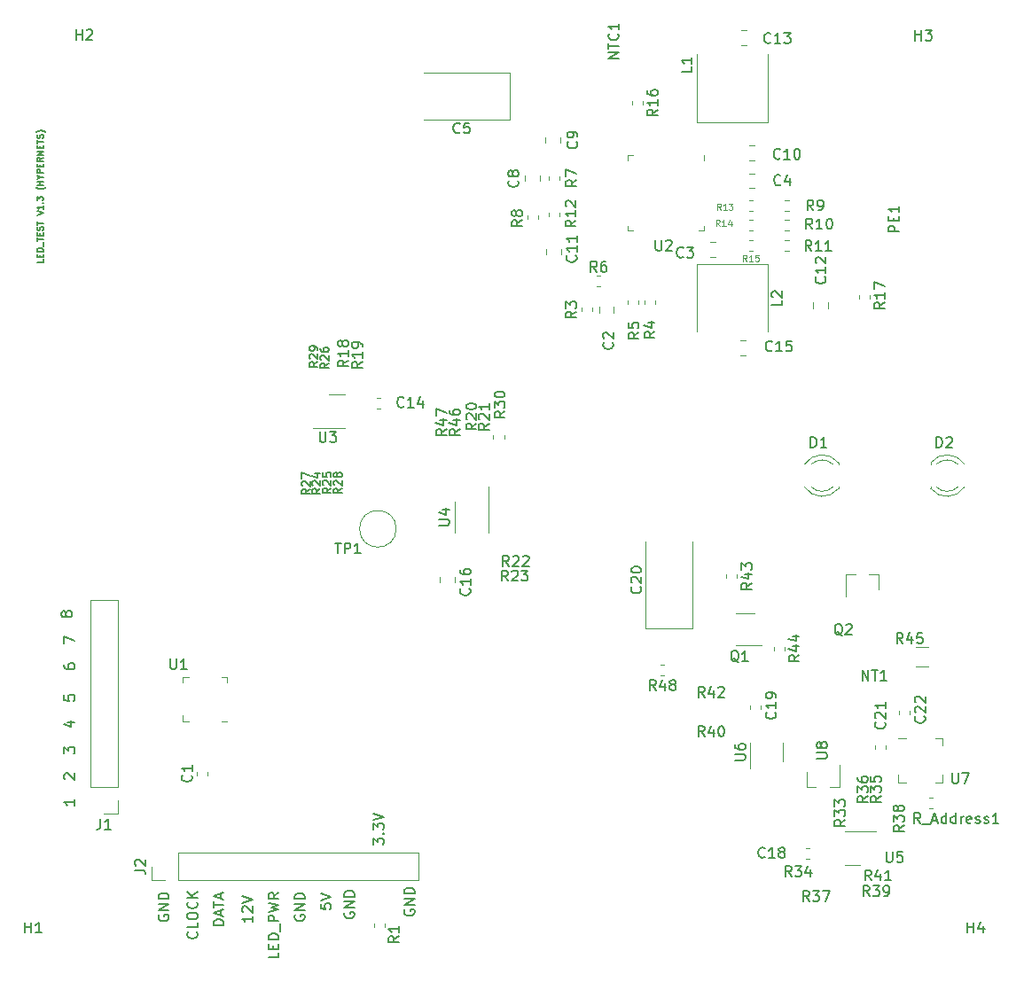
<source format=gbr>
G04 #@! TF.GenerationSoftware,KiCad,Pcbnew,5.1.6-c6e7f7d~87~ubuntu20.04.1*
G04 #@! TF.CreationDate,2021-01-07T23:37:28+02:00*
G04 #@! TF.ProjectId,LED_test_V1.3,4c45445f-7465-4737-945f-56312e332e6b,rev?*
G04 #@! TF.SameCoordinates,Original*
G04 #@! TF.FileFunction,Legend,Top*
G04 #@! TF.FilePolarity,Positive*
%FSLAX46Y46*%
G04 Gerber Fmt 4.6, Leading zero omitted, Abs format (unit mm)*
G04 Created by KiCad (PCBNEW 5.1.6-c6e7f7d~87~ubuntu20.04.1) date 2021-01-07 23:37:28*
%MOMM*%
%LPD*%
G01*
G04 APERTURE LIST*
%ADD10C,0.200000*%
%ADD11C,0.150000*%
%ADD12C,0.120000*%
%ADD13C,0.100000*%
G04 APERTURE END LIST*
D10*
X125952380Y-139369047D02*
X125952380Y-139940476D01*
X125952380Y-139654761D02*
X124952380Y-139654761D01*
X125095238Y-139750000D01*
X125190476Y-139845238D01*
X125238095Y-139940476D01*
X125047619Y-138988095D02*
X125000000Y-138940476D01*
X124952380Y-138845238D01*
X124952380Y-138607142D01*
X125000000Y-138511904D01*
X125047619Y-138464285D01*
X125142857Y-138416666D01*
X125238095Y-138416666D01*
X125380952Y-138464285D01*
X125952380Y-139035714D01*
X125952380Y-138416666D01*
X124952380Y-138130952D02*
X125952380Y-137797619D01*
X124952380Y-137464285D01*
D11*
X105961428Y-76600000D02*
X105961428Y-76885714D01*
X105361428Y-76885714D01*
X105647142Y-76400000D02*
X105647142Y-76200000D01*
X105961428Y-76114285D02*
X105961428Y-76400000D01*
X105361428Y-76400000D01*
X105361428Y-76114285D01*
X105961428Y-75857142D02*
X105361428Y-75857142D01*
X105361428Y-75714285D01*
X105390000Y-75628571D01*
X105447142Y-75571428D01*
X105504285Y-75542857D01*
X105618571Y-75514285D01*
X105704285Y-75514285D01*
X105818571Y-75542857D01*
X105875714Y-75571428D01*
X105932857Y-75628571D01*
X105961428Y-75714285D01*
X105961428Y-75857142D01*
X106018571Y-75400000D02*
X106018571Y-74942857D01*
X105361428Y-74885714D02*
X105361428Y-74542857D01*
X105961428Y-74714285D02*
X105361428Y-74714285D01*
X105647142Y-74342857D02*
X105647142Y-74142857D01*
X105961428Y-74057142D02*
X105961428Y-74342857D01*
X105361428Y-74342857D01*
X105361428Y-74057142D01*
X105932857Y-73828571D02*
X105961428Y-73742857D01*
X105961428Y-73600000D01*
X105932857Y-73542857D01*
X105904285Y-73514285D01*
X105847142Y-73485714D01*
X105790000Y-73485714D01*
X105732857Y-73514285D01*
X105704285Y-73542857D01*
X105675714Y-73600000D01*
X105647142Y-73714285D01*
X105618571Y-73771428D01*
X105590000Y-73800000D01*
X105532857Y-73828571D01*
X105475714Y-73828571D01*
X105418571Y-73800000D01*
X105390000Y-73771428D01*
X105361428Y-73714285D01*
X105361428Y-73571428D01*
X105390000Y-73485714D01*
X105361428Y-73314285D02*
X105361428Y-72971428D01*
X105961428Y-73142857D02*
X105361428Y-73142857D01*
X105361428Y-72400000D02*
X105961428Y-72200000D01*
X105361428Y-72000000D01*
X105961428Y-71485714D02*
X105961428Y-71828571D01*
X105961428Y-71657142D02*
X105361428Y-71657142D01*
X105447142Y-71714285D01*
X105504285Y-71771428D01*
X105532857Y-71828571D01*
X105904285Y-71228571D02*
X105932857Y-71200000D01*
X105961428Y-71228571D01*
X105932857Y-71257142D01*
X105904285Y-71228571D01*
X105961428Y-71228571D01*
X105361428Y-71000000D02*
X105361428Y-70628571D01*
X105590000Y-70828571D01*
X105590000Y-70742857D01*
X105618571Y-70685714D01*
X105647142Y-70657142D01*
X105704285Y-70628571D01*
X105847142Y-70628571D01*
X105904285Y-70657142D01*
X105932857Y-70685714D01*
X105961428Y-70742857D01*
X105961428Y-70914285D01*
X105932857Y-70971428D01*
X105904285Y-71000000D01*
X106190000Y-69742857D02*
X106161428Y-69771428D01*
X106075714Y-69828571D01*
X106018571Y-69857142D01*
X105932857Y-69885714D01*
X105790000Y-69914285D01*
X105675714Y-69914285D01*
X105532857Y-69885714D01*
X105447142Y-69857142D01*
X105390000Y-69828571D01*
X105304285Y-69771428D01*
X105275714Y-69742857D01*
X105961428Y-69514285D02*
X105361428Y-69514285D01*
X105647142Y-69514285D02*
X105647142Y-69171428D01*
X105961428Y-69171428D02*
X105361428Y-69171428D01*
X105675714Y-68771428D02*
X105961428Y-68771428D01*
X105361428Y-68971428D02*
X105675714Y-68771428D01*
X105361428Y-68571428D01*
X105961428Y-68371428D02*
X105361428Y-68371428D01*
X105361428Y-68142857D01*
X105390000Y-68085714D01*
X105418571Y-68057142D01*
X105475714Y-68028571D01*
X105561428Y-68028571D01*
X105618571Y-68057142D01*
X105647142Y-68085714D01*
X105675714Y-68142857D01*
X105675714Y-68371428D01*
X105647142Y-67771428D02*
X105647142Y-67571428D01*
X105961428Y-67485714D02*
X105961428Y-67771428D01*
X105361428Y-67771428D01*
X105361428Y-67485714D01*
X105961428Y-66885714D02*
X105675714Y-67085714D01*
X105961428Y-67228571D02*
X105361428Y-67228571D01*
X105361428Y-67000000D01*
X105390000Y-66942857D01*
X105418571Y-66914285D01*
X105475714Y-66885714D01*
X105561428Y-66885714D01*
X105618571Y-66914285D01*
X105647142Y-66942857D01*
X105675714Y-67000000D01*
X105675714Y-67228571D01*
X105961428Y-66628571D02*
X105361428Y-66628571D01*
X105961428Y-66285714D01*
X105361428Y-66285714D01*
X105647142Y-66000000D02*
X105647142Y-65800000D01*
X105961428Y-65714285D02*
X105961428Y-66000000D01*
X105361428Y-66000000D01*
X105361428Y-65714285D01*
X105361428Y-65542857D02*
X105361428Y-65200000D01*
X105961428Y-65371428D02*
X105361428Y-65371428D01*
X105932857Y-65028571D02*
X105961428Y-64942857D01*
X105961428Y-64800000D01*
X105932857Y-64742857D01*
X105904285Y-64714285D01*
X105847142Y-64685714D01*
X105790000Y-64685714D01*
X105732857Y-64714285D01*
X105704285Y-64742857D01*
X105675714Y-64800000D01*
X105647142Y-64914285D01*
X105618571Y-64971428D01*
X105590000Y-65000000D01*
X105532857Y-65028571D01*
X105475714Y-65028571D01*
X105418571Y-65000000D01*
X105390000Y-64971428D01*
X105361428Y-64914285D01*
X105361428Y-64771428D01*
X105390000Y-64685714D01*
X106190000Y-64485714D02*
X106161428Y-64457142D01*
X106075714Y-64400000D01*
X106018571Y-64371428D01*
X105932857Y-64342857D01*
X105790000Y-64314285D01*
X105675714Y-64314285D01*
X105532857Y-64342857D01*
X105447142Y-64371428D01*
X105390000Y-64400000D01*
X105304285Y-64457142D01*
X105275714Y-64485714D01*
D10*
X140470000Y-138751904D02*
X140422380Y-138847142D01*
X140422380Y-138990000D01*
X140470000Y-139132857D01*
X140565238Y-139228095D01*
X140660476Y-139275714D01*
X140850952Y-139323333D01*
X140993809Y-139323333D01*
X141184285Y-139275714D01*
X141279523Y-139228095D01*
X141374761Y-139132857D01*
X141422380Y-138990000D01*
X141422380Y-138894761D01*
X141374761Y-138751904D01*
X141327142Y-138704285D01*
X140993809Y-138704285D01*
X140993809Y-138894761D01*
X141422380Y-138275714D02*
X140422380Y-138275714D01*
X141422380Y-137704285D01*
X140422380Y-137704285D01*
X141422380Y-137228095D02*
X140422380Y-137228095D01*
X140422380Y-136990000D01*
X140470000Y-136847142D01*
X140565238Y-136751904D01*
X140660476Y-136704285D01*
X140850952Y-136656666D01*
X140993809Y-136656666D01*
X141184285Y-136704285D01*
X141279523Y-136751904D01*
X141374761Y-136847142D01*
X141422380Y-136990000D01*
X141422380Y-137228095D01*
X137492380Y-132536190D02*
X137492380Y-131917142D01*
X137873333Y-132250476D01*
X137873333Y-132107619D01*
X137920952Y-132012380D01*
X137968571Y-131964761D01*
X138063809Y-131917142D01*
X138301904Y-131917142D01*
X138397142Y-131964761D01*
X138444761Y-132012380D01*
X138492380Y-132107619D01*
X138492380Y-132393333D01*
X138444761Y-132488571D01*
X138397142Y-132536190D01*
X138397142Y-131488571D02*
X138444761Y-131440952D01*
X138492380Y-131488571D01*
X138444761Y-131536190D01*
X138397142Y-131488571D01*
X138492380Y-131488571D01*
X137492380Y-131107619D02*
X137492380Y-130488571D01*
X137873333Y-130821904D01*
X137873333Y-130679047D01*
X137920952Y-130583809D01*
X137968571Y-130536190D01*
X138063809Y-130488571D01*
X138301904Y-130488571D01*
X138397142Y-130536190D01*
X138444761Y-130583809D01*
X138492380Y-130679047D01*
X138492380Y-130964761D01*
X138444761Y-131060000D01*
X138397142Y-131107619D01*
X137492380Y-130202857D02*
X138492380Y-129869523D01*
X137492380Y-129536190D01*
X134750000Y-139011904D02*
X134702380Y-139107142D01*
X134702380Y-139250000D01*
X134750000Y-139392857D01*
X134845238Y-139488095D01*
X134940476Y-139535714D01*
X135130952Y-139583333D01*
X135273809Y-139583333D01*
X135464285Y-139535714D01*
X135559523Y-139488095D01*
X135654761Y-139392857D01*
X135702380Y-139250000D01*
X135702380Y-139154761D01*
X135654761Y-139011904D01*
X135607142Y-138964285D01*
X135273809Y-138964285D01*
X135273809Y-139154761D01*
X135702380Y-138535714D02*
X134702380Y-138535714D01*
X135702380Y-137964285D01*
X134702380Y-137964285D01*
X135702380Y-137488095D02*
X134702380Y-137488095D01*
X134702380Y-137250000D01*
X134750000Y-137107142D01*
X134845238Y-137011904D01*
X134940476Y-136964285D01*
X135130952Y-136916666D01*
X135273809Y-136916666D01*
X135464285Y-136964285D01*
X135559523Y-137011904D01*
X135654761Y-137107142D01*
X135702380Y-137250000D01*
X135702380Y-137488095D01*
X132452380Y-138190476D02*
X132452380Y-138666666D01*
X132928571Y-138714285D01*
X132880952Y-138666666D01*
X132833333Y-138571428D01*
X132833333Y-138333333D01*
X132880952Y-138238095D01*
X132928571Y-138190476D01*
X133023809Y-138142857D01*
X133261904Y-138142857D01*
X133357142Y-138190476D01*
X133404761Y-138238095D01*
X133452380Y-138333333D01*
X133452380Y-138571428D01*
X133404761Y-138666666D01*
X133357142Y-138714285D01*
X132452380Y-137857142D02*
X133452380Y-137523809D01*
X132452380Y-137190476D01*
X130000000Y-139261904D02*
X129952380Y-139357142D01*
X129952380Y-139500000D01*
X130000000Y-139642857D01*
X130095238Y-139738095D01*
X130190476Y-139785714D01*
X130380952Y-139833333D01*
X130523809Y-139833333D01*
X130714285Y-139785714D01*
X130809523Y-139738095D01*
X130904761Y-139642857D01*
X130952380Y-139500000D01*
X130952380Y-139404761D01*
X130904761Y-139261904D01*
X130857142Y-139214285D01*
X130523809Y-139214285D01*
X130523809Y-139404761D01*
X130952380Y-138785714D02*
X129952380Y-138785714D01*
X130952380Y-138214285D01*
X129952380Y-138214285D01*
X130952380Y-137738095D02*
X129952380Y-137738095D01*
X129952380Y-137500000D01*
X130000000Y-137357142D01*
X130095238Y-137261904D01*
X130190476Y-137214285D01*
X130380952Y-137166666D01*
X130523809Y-137166666D01*
X130714285Y-137214285D01*
X130809523Y-137261904D01*
X130904761Y-137357142D01*
X130952380Y-137500000D01*
X130952380Y-137738095D01*
X128452380Y-142845238D02*
X128452380Y-143321428D01*
X127452380Y-143321428D01*
X127928571Y-142511904D02*
X127928571Y-142178571D01*
X128452380Y-142035714D02*
X128452380Y-142511904D01*
X127452380Y-142511904D01*
X127452380Y-142035714D01*
X128452380Y-141607142D02*
X127452380Y-141607142D01*
X127452380Y-141369047D01*
X127500000Y-141226190D01*
X127595238Y-141130952D01*
X127690476Y-141083333D01*
X127880952Y-141035714D01*
X128023809Y-141035714D01*
X128214285Y-141083333D01*
X128309523Y-141130952D01*
X128404761Y-141226190D01*
X128452380Y-141369047D01*
X128452380Y-141607142D01*
X128547619Y-140845238D02*
X128547619Y-140083333D01*
X128452380Y-139845238D02*
X127452380Y-139845238D01*
X127452380Y-139464285D01*
X127500000Y-139369047D01*
X127547619Y-139321428D01*
X127642857Y-139273809D01*
X127785714Y-139273809D01*
X127880952Y-139321428D01*
X127928571Y-139369047D01*
X127976190Y-139464285D01*
X127976190Y-139845238D01*
X127452380Y-138940476D02*
X128452380Y-138702380D01*
X127738095Y-138511904D01*
X128452380Y-138321428D01*
X127452380Y-138083333D01*
X128452380Y-137130952D02*
X127976190Y-137464285D01*
X128452380Y-137702380D02*
X127452380Y-137702380D01*
X127452380Y-137321428D01*
X127500000Y-137226190D01*
X127547619Y-137178571D01*
X127642857Y-137130952D01*
X127785714Y-137130952D01*
X127880952Y-137178571D01*
X127928571Y-137226190D01*
X127976190Y-137321428D01*
X127976190Y-137702380D01*
X123202380Y-140250000D02*
X122202380Y-140250000D01*
X122202380Y-140011904D01*
X122250000Y-139869047D01*
X122345238Y-139773809D01*
X122440476Y-139726190D01*
X122630952Y-139678571D01*
X122773809Y-139678571D01*
X122964285Y-139726190D01*
X123059523Y-139773809D01*
X123154761Y-139869047D01*
X123202380Y-140011904D01*
X123202380Y-140250000D01*
X122916666Y-139297619D02*
X122916666Y-138821428D01*
X123202380Y-139392857D02*
X122202380Y-139059523D01*
X123202380Y-138726190D01*
X122202380Y-138535714D02*
X122202380Y-137964285D01*
X123202380Y-138250000D02*
X122202380Y-138250000D01*
X122916666Y-137678571D02*
X122916666Y-137202380D01*
X123202380Y-137773809D02*
X122202380Y-137440476D01*
X123202380Y-137107142D01*
X120607142Y-140869047D02*
X120654761Y-140916666D01*
X120702380Y-141059523D01*
X120702380Y-141154761D01*
X120654761Y-141297619D01*
X120559523Y-141392857D01*
X120464285Y-141440476D01*
X120273809Y-141488095D01*
X120130952Y-141488095D01*
X119940476Y-141440476D01*
X119845238Y-141392857D01*
X119750000Y-141297619D01*
X119702380Y-141154761D01*
X119702380Y-141059523D01*
X119750000Y-140916666D01*
X119797619Y-140869047D01*
X120702380Y-139964285D02*
X120702380Y-140440476D01*
X119702380Y-140440476D01*
X119702380Y-139440476D02*
X119702380Y-139250000D01*
X119750000Y-139154761D01*
X119845238Y-139059523D01*
X120035714Y-139011904D01*
X120369047Y-139011904D01*
X120559523Y-139059523D01*
X120654761Y-139154761D01*
X120702380Y-139250000D01*
X120702380Y-139440476D01*
X120654761Y-139535714D01*
X120559523Y-139630952D01*
X120369047Y-139678571D01*
X120035714Y-139678571D01*
X119845238Y-139630952D01*
X119750000Y-139535714D01*
X119702380Y-139440476D01*
X120607142Y-138011904D02*
X120654761Y-138059523D01*
X120702380Y-138202380D01*
X120702380Y-138297619D01*
X120654761Y-138440476D01*
X120559523Y-138535714D01*
X120464285Y-138583333D01*
X120273809Y-138630952D01*
X120130952Y-138630952D01*
X119940476Y-138583333D01*
X119845238Y-138535714D01*
X119750000Y-138440476D01*
X119702380Y-138297619D01*
X119702380Y-138202380D01*
X119750000Y-138059523D01*
X119797619Y-138011904D01*
X120702380Y-137583333D02*
X119702380Y-137583333D01*
X120702380Y-137011904D02*
X120130952Y-137440476D01*
X119702380Y-137011904D02*
X120273809Y-137583333D01*
X117000000Y-139261904D02*
X116952380Y-139357142D01*
X116952380Y-139500000D01*
X117000000Y-139642857D01*
X117095238Y-139738095D01*
X117190476Y-139785714D01*
X117380952Y-139833333D01*
X117523809Y-139833333D01*
X117714285Y-139785714D01*
X117809523Y-139738095D01*
X117904761Y-139642857D01*
X117952380Y-139500000D01*
X117952380Y-139404761D01*
X117904761Y-139261904D01*
X117857142Y-139214285D01*
X117523809Y-139214285D01*
X117523809Y-139404761D01*
X117952380Y-138785714D02*
X116952380Y-138785714D01*
X117952380Y-138214285D01*
X116952380Y-138214285D01*
X117952380Y-137738095D02*
X116952380Y-137738095D01*
X116952380Y-137500000D01*
X117000000Y-137357142D01*
X117095238Y-137261904D01*
X117190476Y-137214285D01*
X117380952Y-137166666D01*
X117523809Y-137166666D01*
X117714285Y-137214285D01*
X117809523Y-137261904D01*
X117904761Y-137357142D01*
X117952380Y-137500000D01*
X117952380Y-137738095D01*
X108130952Y-110595238D02*
X108083333Y-110690476D01*
X108035714Y-110738095D01*
X107940476Y-110785714D01*
X107892857Y-110785714D01*
X107797619Y-110738095D01*
X107750000Y-110690476D01*
X107702380Y-110595238D01*
X107702380Y-110404761D01*
X107750000Y-110309523D01*
X107797619Y-110261904D01*
X107892857Y-110214285D01*
X107940476Y-110214285D01*
X108035714Y-110261904D01*
X108083333Y-110309523D01*
X108130952Y-110404761D01*
X108130952Y-110595238D01*
X108178571Y-110690476D01*
X108226190Y-110738095D01*
X108321428Y-110785714D01*
X108511904Y-110785714D01*
X108607142Y-110738095D01*
X108654761Y-110690476D01*
X108702380Y-110595238D01*
X108702380Y-110404761D01*
X108654761Y-110309523D01*
X108607142Y-110261904D01*
X108511904Y-110214285D01*
X108321428Y-110214285D01*
X108226190Y-110261904D01*
X108178571Y-110309523D01*
X108130952Y-110404761D01*
X107952380Y-113333333D02*
X107952380Y-112666666D01*
X108952380Y-113095238D01*
X107952380Y-115309523D02*
X107952380Y-115500000D01*
X108000000Y-115595238D01*
X108047619Y-115642857D01*
X108190476Y-115738095D01*
X108380952Y-115785714D01*
X108761904Y-115785714D01*
X108857142Y-115738095D01*
X108904761Y-115690476D01*
X108952380Y-115595238D01*
X108952380Y-115404761D01*
X108904761Y-115309523D01*
X108857142Y-115261904D01*
X108761904Y-115214285D01*
X108523809Y-115214285D01*
X108428571Y-115261904D01*
X108380952Y-115309523D01*
X108333333Y-115404761D01*
X108333333Y-115595238D01*
X108380952Y-115690476D01*
X108428571Y-115738095D01*
X108523809Y-115785714D01*
X107952380Y-118261904D02*
X107952380Y-118738095D01*
X108428571Y-118785714D01*
X108380952Y-118738095D01*
X108333333Y-118642857D01*
X108333333Y-118404761D01*
X108380952Y-118309523D01*
X108428571Y-118261904D01*
X108523809Y-118214285D01*
X108761904Y-118214285D01*
X108857142Y-118261904D01*
X108904761Y-118309523D01*
X108952380Y-118404761D01*
X108952380Y-118642857D01*
X108904761Y-118738095D01*
X108857142Y-118785714D01*
X108285714Y-120809523D02*
X108952380Y-120809523D01*
X107904761Y-121047619D02*
X108619047Y-121285714D01*
X108619047Y-120666666D01*
X107952380Y-123833333D02*
X107952380Y-123214285D01*
X108333333Y-123547619D01*
X108333333Y-123404761D01*
X108380952Y-123309523D01*
X108428571Y-123261904D01*
X108523809Y-123214285D01*
X108761904Y-123214285D01*
X108857142Y-123261904D01*
X108904761Y-123309523D01*
X108952380Y-123404761D01*
X108952380Y-123690476D01*
X108904761Y-123785714D01*
X108857142Y-123833333D01*
X108047619Y-126285714D02*
X108000000Y-126238095D01*
X107952380Y-126142857D01*
X107952380Y-125904761D01*
X108000000Y-125809523D01*
X108047619Y-125761904D01*
X108142857Y-125714285D01*
X108238095Y-125714285D01*
X108380952Y-125761904D01*
X108952380Y-126333333D01*
X108952380Y-125714285D01*
X108952380Y-128214285D02*
X108952380Y-128785714D01*
X108952380Y-128500000D02*
X107952380Y-128500000D01*
X108095238Y-128595238D01*
X108190476Y-128690476D01*
X108238095Y-128785714D01*
D12*
X158778733Y-78160000D02*
X159121267Y-78160000D01*
X158778733Y-79180000D02*
X159121267Y-79180000D01*
X143816000Y-106926748D02*
X143816000Y-107449252D01*
X145236000Y-106926748D02*
X145236000Y-107449252D01*
X178840000Y-127060000D02*
X179770000Y-127060000D01*
X182000000Y-127060000D02*
X181070000Y-127060000D01*
X182000000Y-127060000D02*
X182000000Y-124900000D01*
X178840000Y-127060000D02*
X178840000Y-125600000D01*
X131750000Y-92710000D02*
X134750000Y-92710000D01*
X133250000Y-89490000D02*
X134750000Y-89490000D01*
X177146267Y-75835000D02*
X176803733Y-75835000D01*
X177146267Y-74815000D02*
X176803733Y-74815000D01*
X119852000Y-120728000D02*
X119302000Y-120728000D01*
X119302000Y-120728000D02*
X119302000Y-120178000D01*
X122972000Y-116508000D02*
X123522000Y-116508000D01*
X123522000Y-116508000D02*
X123522000Y-117058000D01*
X119852000Y-116508000D02*
X119302000Y-116508000D01*
X119302000Y-116508000D02*
X119302000Y-117058000D01*
X122972000Y-120728000D02*
X123522000Y-120728000D01*
X181900000Y-98518000D02*
X181900000Y-98362000D01*
X181900000Y-96202000D02*
X181900000Y-96046000D01*
X179298870Y-96202163D02*
G75*
G02*
X181380961Y-96202000I1041130J-1079837D01*
G01*
X179298870Y-98361837D02*
G75*
G03*
X181380961Y-98362000I1041130J1079837D01*
G01*
X178667665Y-96203392D02*
G75*
G02*
X181900000Y-96046484I1672335J-1078608D01*
G01*
X178667665Y-98360608D02*
G75*
G03*
X181900000Y-98517516I1672335J1078608D01*
G01*
X175766000Y-113620733D02*
X175766000Y-113963267D01*
X176786000Y-113620733D02*
X176786000Y-113963267D01*
X138590000Y-140088733D02*
X138590000Y-140431267D01*
X137570000Y-140088733D02*
X137570000Y-140431267D01*
X141792000Y-135950000D02*
X141792000Y-133290000D01*
X118872000Y-135950000D02*
X141792000Y-135950000D01*
X118872000Y-133290000D02*
X141792000Y-133290000D01*
X118872000Y-135950000D02*
X118872000Y-133290000D01*
X117602000Y-135950000D02*
X116272000Y-135950000D01*
X116272000Y-135950000D02*
X116272000Y-134620000D01*
X113090000Y-109160000D02*
X110430000Y-109160000D01*
X113090000Y-127000000D02*
X113090000Y-109160000D01*
X110430000Y-127000000D02*
X110430000Y-109160000D01*
X113090000Y-127000000D02*
X110430000Y-127000000D01*
X113090000Y-128270000D02*
X113090000Y-129600000D01*
X113090000Y-129600000D02*
X111760000Y-129600000D01*
X120648000Y-125901267D02*
X120648000Y-125558733D01*
X121668000Y-125901267D02*
X121668000Y-125558733D01*
X160460000Y-81178748D02*
X160460000Y-81701252D01*
X159040000Y-81178748D02*
X159040000Y-81701252D01*
X170186252Y-74965000D02*
X169663748Y-74965000D01*
X170186252Y-76385000D02*
X169663748Y-76385000D01*
X173388748Y-69835000D02*
X173911252Y-69835000D01*
X173388748Y-68415000D02*
X173911252Y-68415000D01*
X150505000Y-58770000D02*
X142270000Y-58770000D01*
X150505000Y-63290000D02*
X150505000Y-58770000D01*
X142270000Y-63290000D02*
X150505000Y-63290000D01*
X153370000Y-68568748D02*
X153370000Y-69091252D01*
X151950000Y-68568748D02*
X151950000Y-69091252D01*
X153940000Y-65511252D02*
X153940000Y-64988748D01*
X155360000Y-65511252D02*
X155360000Y-64988748D01*
X173886252Y-65740000D02*
X173363748Y-65740000D01*
X173886252Y-67160000D02*
X173363748Y-67160000D01*
X154015000Y-76161252D02*
X154015000Y-75638748D01*
X155435000Y-76161252D02*
X155435000Y-75638748D01*
X180880000Y-81271252D02*
X180880000Y-80748748D01*
X179460000Y-81271252D02*
X179460000Y-80748748D01*
X172578748Y-56160000D02*
X173101252Y-56160000D01*
X172578748Y-54740000D02*
X173101252Y-54740000D01*
X137788733Y-90840000D02*
X138131267Y-90840000D01*
X137788733Y-89820000D02*
X138131267Y-89820000D01*
X172558748Y-85760000D02*
X173081252Y-85760000D01*
X172558748Y-84340000D02*
X173081252Y-84340000D01*
X178757733Y-133860000D02*
X179100267Y-133860000D01*
X178757733Y-132840000D02*
X179100267Y-132840000D01*
X173480000Y-119551267D02*
X173480000Y-119208733D01*
X174500000Y-119551267D02*
X174500000Y-119208733D01*
X163470000Y-103600000D02*
X163470000Y-111835000D01*
X163470000Y-111835000D02*
X167990000Y-111835000D01*
X167990000Y-111835000D02*
X167990000Y-103600000D01*
X185430000Y-123068733D02*
X185430000Y-123411267D01*
X186450000Y-123068733D02*
X186450000Y-123411267D01*
X188724000Y-119716733D02*
X188724000Y-120059267D01*
X187704000Y-119716733D02*
X187704000Y-120059267D01*
X190718000Y-98362000D02*
X190718000Y-98518000D01*
X190718000Y-96046000D02*
X190718000Y-96202000D01*
X193950335Y-96203392D02*
G75*
G03*
X190718000Y-96046484I-1672335J-1078608D01*
G01*
X193950335Y-98360608D02*
G75*
G02*
X190718000Y-98517516I-1672335J1078608D01*
G01*
X193319130Y-96202163D02*
G75*
G03*
X191237039Y-96202000I-1041130J-1079837D01*
G01*
X193319130Y-98361837D02*
G75*
G02*
X191237039Y-98362000I-1041130J1079837D01*
G01*
X175190000Y-63520000D02*
X175190000Y-57050000D01*
X168410000Y-63520000D02*
X168410000Y-57050000D01*
X168410000Y-63520000D02*
X175190000Y-63520000D01*
X175165000Y-77055000D02*
X168385000Y-77055000D01*
X175165000Y-77055000D02*
X175165000Y-83525000D01*
X168385000Y-77055000D02*
X168385000Y-83525000D01*
X172094000Y-113524000D02*
X174524000Y-113524000D01*
X173854000Y-110454000D02*
X172094000Y-110454000D01*
X185730000Y-106682000D02*
X185730000Y-108142000D01*
X182570000Y-106682000D02*
X182570000Y-108842000D01*
X182570000Y-106682000D02*
X183500000Y-106682000D01*
X185730000Y-106682000D02*
X184800000Y-106682000D01*
X157390000Y-81198733D02*
X157390000Y-81541267D01*
X158410000Y-81198733D02*
X158410000Y-81541267D01*
X163370000Y-80548733D02*
X163370000Y-80891267D01*
X164390000Y-80548733D02*
X164390000Y-80891267D01*
X162760000Y-80553733D02*
X162760000Y-80896267D01*
X161740000Y-80553733D02*
X161740000Y-80896267D01*
X154240000Y-69046267D02*
X154240000Y-68703733D01*
X155260000Y-69046267D02*
X155260000Y-68703733D01*
X152190000Y-72438733D02*
X152190000Y-72781267D01*
X153210000Y-72438733D02*
X153210000Y-72781267D01*
X177146267Y-72010000D02*
X176803733Y-72010000D01*
X177146267Y-70990000D02*
X176803733Y-70990000D01*
X177146267Y-73860000D02*
X176803733Y-73860000D01*
X177146267Y-72840000D02*
X176803733Y-72840000D01*
X154265000Y-72496267D02*
X154265000Y-72153733D01*
X155285000Y-72496267D02*
X155285000Y-72153733D01*
X173403733Y-72010000D02*
X173746267Y-72010000D01*
X173403733Y-70990000D02*
X173746267Y-70990000D01*
X173403733Y-73860000D02*
X173746267Y-73860000D01*
X173403733Y-72840000D02*
X173746267Y-72840000D01*
X173403733Y-75835000D02*
X173746267Y-75835000D01*
X173403733Y-74815000D02*
X173746267Y-74815000D01*
X163240000Y-61508733D02*
X163240000Y-61851267D01*
X162220000Y-61508733D02*
X162220000Y-61851267D01*
X184885000Y-80371267D02*
X184885000Y-80028733D01*
X183865000Y-80371267D02*
X183865000Y-80028733D01*
X149970000Y-93721267D02*
X149970000Y-93378733D01*
X148950000Y-93721267D02*
X148950000Y-93378733D01*
X172210000Y-107051267D02*
X172210000Y-106708733D01*
X171190000Y-107051267D02*
X171190000Y-106708733D01*
X190582733Y-128014000D02*
X190925267Y-128014000D01*
X190582733Y-129034000D02*
X190925267Y-129034000D01*
X139672000Y-102362000D02*
G75*
G03*
X139672000Y-102362000I-1750000J0D01*
G01*
X169035000Y-67140000D02*
X169035000Y-66665000D01*
X161815000Y-73885000D02*
X162290000Y-73885000D01*
X161815000Y-73410000D02*
X161815000Y-73885000D01*
X161815000Y-66665000D02*
X162290000Y-66665000D01*
X161815000Y-67140000D02*
X161815000Y-66665000D01*
X169035000Y-73885000D02*
X168560000Y-73885000D01*
X169035000Y-73410000D02*
X169035000Y-73885000D01*
X148460000Y-101250000D02*
X148460000Y-98325000D01*
X148460000Y-101250000D02*
X148460000Y-102750000D01*
X145240000Y-101250000D02*
X145240000Y-99750000D01*
X145240000Y-101250000D02*
X145240000Y-102750000D01*
X183994000Y-134452000D02*
X182494000Y-134452000D01*
X185494000Y-131232000D02*
X182494000Y-131232000D01*
X173496000Y-122818000D02*
X173496000Y-125248000D01*
X176566000Y-124578000D02*
X176566000Y-122818000D01*
X188353000Y-122350000D02*
X187628000Y-122350000D01*
X191848000Y-126570000D02*
X191848000Y-125845000D01*
X191123000Y-126570000D02*
X191848000Y-126570000D01*
X187628000Y-126570000D02*
X187628000Y-125845000D01*
X188353000Y-126570000D02*
X187628000Y-126570000D01*
X191848000Y-122350000D02*
X191848000Y-123075000D01*
X191123000Y-122350000D02*
X191848000Y-122350000D01*
X164928733Y-116334000D02*
X165271267Y-116334000D01*
X164928733Y-115314000D02*
X165271267Y-115314000D01*
X190462064Y-113670000D02*
X189257936Y-113670000D01*
X190462064Y-115490000D02*
X189257936Y-115490000D01*
D11*
X158833333Y-77817380D02*
X158500000Y-77341190D01*
X158261904Y-77817380D02*
X158261904Y-76817380D01*
X158642857Y-76817380D01*
X158738095Y-76865000D01*
X158785714Y-76912619D01*
X158833333Y-77007857D01*
X158833333Y-77150714D01*
X158785714Y-77245952D01*
X158738095Y-77293571D01*
X158642857Y-77341190D01*
X158261904Y-77341190D01*
X159690476Y-76817380D02*
X159500000Y-76817380D01*
X159404761Y-76865000D01*
X159357142Y-76912619D01*
X159261904Y-77055476D01*
X159214285Y-77245952D01*
X159214285Y-77626904D01*
X159261904Y-77722142D01*
X159309523Y-77769761D01*
X159404761Y-77817380D01*
X159595238Y-77817380D01*
X159690476Y-77769761D01*
X159738095Y-77722142D01*
X159785714Y-77626904D01*
X159785714Y-77388809D01*
X159738095Y-77293571D01*
X159690476Y-77245952D01*
X159595238Y-77198333D01*
X159404761Y-77198333D01*
X159309523Y-77245952D01*
X159261904Y-77293571D01*
X159214285Y-77388809D01*
X146661142Y-108084857D02*
X146708761Y-108132476D01*
X146756380Y-108275333D01*
X146756380Y-108370571D01*
X146708761Y-108513428D01*
X146613523Y-108608666D01*
X146518285Y-108656285D01*
X146327809Y-108703904D01*
X146184952Y-108703904D01*
X145994476Y-108656285D01*
X145899238Y-108608666D01*
X145804000Y-108513428D01*
X145756380Y-108370571D01*
X145756380Y-108275333D01*
X145804000Y-108132476D01*
X145851619Y-108084857D01*
X146756380Y-107132476D02*
X146756380Y-107703904D01*
X146756380Y-107418190D02*
X145756380Y-107418190D01*
X145899238Y-107513428D01*
X145994476Y-107608666D01*
X146042095Y-107703904D01*
X145756380Y-106275333D02*
X145756380Y-106465809D01*
X145804000Y-106561047D01*
X145851619Y-106608666D01*
X145994476Y-106703904D01*
X146184952Y-106751523D01*
X146565904Y-106751523D01*
X146661142Y-106703904D01*
X146708761Y-106656285D01*
X146756380Y-106561047D01*
X146756380Y-106370571D01*
X146708761Y-106275333D01*
X146661142Y-106227714D01*
X146565904Y-106180095D01*
X146327809Y-106180095D01*
X146232571Y-106227714D01*
X146184952Y-106275333D01*
X146137333Y-106370571D01*
X146137333Y-106561047D01*
X146184952Y-106656285D01*
X146232571Y-106703904D01*
X146327809Y-106751523D01*
X179812380Y-124321904D02*
X180621904Y-124321904D01*
X180717142Y-124274285D01*
X180764761Y-124226666D01*
X180812380Y-124131428D01*
X180812380Y-123940952D01*
X180764761Y-123845714D01*
X180717142Y-123798095D01*
X180621904Y-123750476D01*
X179812380Y-123750476D01*
X180240952Y-123131428D02*
X180193333Y-123226666D01*
X180145714Y-123274285D01*
X180050476Y-123321904D01*
X180002857Y-123321904D01*
X179907619Y-123274285D01*
X179860000Y-123226666D01*
X179812380Y-123131428D01*
X179812380Y-122940952D01*
X179860000Y-122845714D01*
X179907619Y-122798095D01*
X180002857Y-122750476D01*
X180050476Y-122750476D01*
X180145714Y-122798095D01*
X180193333Y-122845714D01*
X180240952Y-122940952D01*
X180240952Y-123131428D01*
X180288571Y-123226666D01*
X180336190Y-123274285D01*
X180431428Y-123321904D01*
X180621904Y-123321904D01*
X180717142Y-123274285D01*
X180764761Y-123226666D01*
X180812380Y-123131428D01*
X180812380Y-122940952D01*
X180764761Y-122845714D01*
X180717142Y-122798095D01*
X180621904Y-122750476D01*
X180431428Y-122750476D01*
X180336190Y-122798095D01*
X180288571Y-122845714D01*
X180240952Y-122940952D01*
X182542380Y-130142857D02*
X182066190Y-130476190D01*
X182542380Y-130714285D02*
X181542380Y-130714285D01*
X181542380Y-130333333D01*
X181590000Y-130238095D01*
X181637619Y-130190476D01*
X181732857Y-130142857D01*
X181875714Y-130142857D01*
X181970952Y-130190476D01*
X182018571Y-130238095D01*
X182066190Y-130333333D01*
X182066190Y-130714285D01*
X181542380Y-129809523D02*
X181542380Y-129190476D01*
X181923333Y-129523809D01*
X181923333Y-129380952D01*
X181970952Y-129285714D01*
X182018571Y-129238095D01*
X182113809Y-129190476D01*
X182351904Y-129190476D01*
X182447142Y-129238095D01*
X182494761Y-129285714D01*
X182542380Y-129380952D01*
X182542380Y-129666666D01*
X182494761Y-129761904D01*
X182447142Y-129809523D01*
X181542380Y-128857142D02*
X181542380Y-128238095D01*
X181923333Y-128571428D01*
X181923333Y-128428571D01*
X181970952Y-128333333D01*
X182018571Y-128285714D01*
X182113809Y-128238095D01*
X182351904Y-128238095D01*
X182447142Y-128285714D01*
X182494761Y-128333333D01*
X182542380Y-128428571D01*
X182542380Y-128714285D01*
X182494761Y-128809523D01*
X182447142Y-128857142D01*
X132363095Y-93077380D02*
X132363095Y-93886904D01*
X132410714Y-93982142D01*
X132458333Y-94029761D01*
X132553571Y-94077380D01*
X132744047Y-94077380D01*
X132839285Y-94029761D01*
X132886904Y-93982142D01*
X132934523Y-93886904D01*
X132934523Y-93077380D01*
X133315476Y-93077380D02*
X133934523Y-93077380D01*
X133601190Y-93458333D01*
X133744047Y-93458333D01*
X133839285Y-93505952D01*
X133886904Y-93553571D01*
X133934523Y-93648809D01*
X133934523Y-93886904D01*
X133886904Y-93982142D01*
X133839285Y-94029761D01*
X133744047Y-94077380D01*
X133458333Y-94077380D01*
X133363095Y-94029761D01*
X133315476Y-93982142D01*
X187702380Y-73965476D02*
X186702380Y-73965476D01*
X186702380Y-73584523D01*
X186750000Y-73489285D01*
X186797619Y-73441666D01*
X186892857Y-73394047D01*
X187035714Y-73394047D01*
X187130952Y-73441666D01*
X187178571Y-73489285D01*
X187226190Y-73584523D01*
X187226190Y-73965476D01*
X187178571Y-72965476D02*
X187178571Y-72632142D01*
X187702380Y-72489285D02*
X187702380Y-72965476D01*
X186702380Y-72965476D01*
X186702380Y-72489285D01*
X187702380Y-71536904D02*
X187702380Y-72108333D01*
X187702380Y-71822619D02*
X186702380Y-71822619D01*
X186845238Y-71917857D01*
X186940476Y-72013095D01*
X186988095Y-72108333D01*
X150337142Y-107342380D02*
X150003809Y-106866190D01*
X149765714Y-107342380D02*
X149765714Y-106342380D01*
X150146666Y-106342380D01*
X150241904Y-106390000D01*
X150289523Y-106437619D01*
X150337142Y-106532857D01*
X150337142Y-106675714D01*
X150289523Y-106770952D01*
X150241904Y-106818571D01*
X150146666Y-106866190D01*
X149765714Y-106866190D01*
X150718095Y-106437619D02*
X150765714Y-106390000D01*
X150860952Y-106342380D01*
X151099047Y-106342380D01*
X151194285Y-106390000D01*
X151241904Y-106437619D01*
X151289523Y-106532857D01*
X151289523Y-106628095D01*
X151241904Y-106770952D01*
X150670476Y-107342380D01*
X151289523Y-107342380D01*
X151622857Y-106342380D02*
X152241904Y-106342380D01*
X151908571Y-106723333D01*
X152051428Y-106723333D01*
X152146666Y-106770952D01*
X152194285Y-106818571D01*
X152241904Y-106913809D01*
X152241904Y-107151904D01*
X152194285Y-107247142D01*
X152146666Y-107294761D01*
X152051428Y-107342380D01*
X151765714Y-107342380D01*
X151670476Y-107294761D01*
X151622857Y-107247142D01*
X150437142Y-105942380D02*
X150103809Y-105466190D01*
X149865714Y-105942380D02*
X149865714Y-104942380D01*
X150246666Y-104942380D01*
X150341904Y-104990000D01*
X150389523Y-105037619D01*
X150437142Y-105132857D01*
X150437142Y-105275714D01*
X150389523Y-105370952D01*
X150341904Y-105418571D01*
X150246666Y-105466190D01*
X149865714Y-105466190D01*
X150818095Y-105037619D02*
X150865714Y-104990000D01*
X150960952Y-104942380D01*
X151199047Y-104942380D01*
X151294285Y-104990000D01*
X151341904Y-105037619D01*
X151389523Y-105132857D01*
X151389523Y-105228095D01*
X151341904Y-105370952D01*
X150770476Y-105942380D01*
X151389523Y-105942380D01*
X151770476Y-105037619D02*
X151818095Y-104990000D01*
X151913333Y-104942380D01*
X152151428Y-104942380D01*
X152246666Y-104990000D01*
X152294285Y-105037619D01*
X152341904Y-105132857D01*
X152341904Y-105228095D01*
X152294285Y-105370952D01*
X151722857Y-105942380D01*
X152341904Y-105942380D01*
X148542380Y-92307857D02*
X148066190Y-92641190D01*
X148542380Y-92879285D02*
X147542380Y-92879285D01*
X147542380Y-92498333D01*
X147590000Y-92403095D01*
X147637619Y-92355476D01*
X147732857Y-92307857D01*
X147875714Y-92307857D01*
X147970952Y-92355476D01*
X148018571Y-92403095D01*
X148066190Y-92498333D01*
X148066190Y-92879285D01*
X147637619Y-91926904D02*
X147590000Y-91879285D01*
X147542380Y-91784047D01*
X147542380Y-91545952D01*
X147590000Y-91450714D01*
X147637619Y-91403095D01*
X147732857Y-91355476D01*
X147828095Y-91355476D01*
X147970952Y-91403095D01*
X148542380Y-91974523D01*
X148542380Y-91355476D01*
X148542380Y-90403095D02*
X148542380Y-90974523D01*
X148542380Y-90688809D02*
X147542380Y-90688809D01*
X147685238Y-90784047D01*
X147780476Y-90879285D01*
X147828095Y-90974523D01*
X147342380Y-92282857D02*
X146866190Y-92616190D01*
X147342380Y-92854285D02*
X146342380Y-92854285D01*
X146342380Y-92473333D01*
X146390000Y-92378095D01*
X146437619Y-92330476D01*
X146532857Y-92282857D01*
X146675714Y-92282857D01*
X146770952Y-92330476D01*
X146818571Y-92378095D01*
X146866190Y-92473333D01*
X146866190Y-92854285D01*
X146437619Y-91901904D02*
X146390000Y-91854285D01*
X146342380Y-91759047D01*
X146342380Y-91520952D01*
X146390000Y-91425714D01*
X146437619Y-91378095D01*
X146532857Y-91330476D01*
X146628095Y-91330476D01*
X146770952Y-91378095D01*
X147342380Y-91949523D01*
X147342380Y-91330476D01*
X146342380Y-90711428D02*
X146342380Y-90616190D01*
X146390000Y-90520952D01*
X146437619Y-90473333D01*
X146532857Y-90425714D01*
X146723333Y-90378095D01*
X146961428Y-90378095D01*
X147151904Y-90425714D01*
X147247142Y-90473333D01*
X147294761Y-90520952D01*
X147342380Y-90616190D01*
X147342380Y-90711428D01*
X147294761Y-90806666D01*
X147247142Y-90854285D01*
X147151904Y-90901904D01*
X146961428Y-90949523D01*
X146723333Y-90949523D01*
X146532857Y-90901904D01*
X146437619Y-90854285D01*
X146390000Y-90806666D01*
X146342380Y-90711428D01*
X179332142Y-75802380D02*
X178998809Y-75326190D01*
X178760714Y-75802380D02*
X178760714Y-74802380D01*
X179141666Y-74802380D01*
X179236904Y-74850000D01*
X179284523Y-74897619D01*
X179332142Y-74992857D01*
X179332142Y-75135714D01*
X179284523Y-75230952D01*
X179236904Y-75278571D01*
X179141666Y-75326190D01*
X178760714Y-75326190D01*
X180284523Y-75802380D02*
X179713095Y-75802380D01*
X179998809Y-75802380D02*
X179998809Y-74802380D01*
X179903571Y-74945238D01*
X179808333Y-75040476D01*
X179713095Y-75088095D01*
X181236904Y-75802380D02*
X180665476Y-75802380D01*
X180951190Y-75802380D02*
X180951190Y-74802380D01*
X180855952Y-74945238D01*
X180760714Y-75040476D01*
X180665476Y-75088095D01*
X118110095Y-114768380D02*
X118110095Y-115577904D01*
X118157714Y-115673142D01*
X118205333Y-115720761D01*
X118300571Y-115768380D01*
X118491047Y-115768380D01*
X118586285Y-115720761D01*
X118633904Y-115673142D01*
X118681523Y-115577904D01*
X118681523Y-114768380D01*
X119681523Y-115768380D02*
X119110095Y-115768380D01*
X119395809Y-115768380D02*
X119395809Y-114768380D01*
X119300571Y-114911238D01*
X119205333Y-115006476D01*
X119110095Y-115054095D01*
X179261904Y-94590380D02*
X179261904Y-93590380D01*
X179500000Y-93590380D01*
X179642857Y-93638000D01*
X179738095Y-93733238D01*
X179785714Y-93828476D01*
X179833333Y-94018952D01*
X179833333Y-94161809D01*
X179785714Y-94352285D01*
X179738095Y-94447523D01*
X179642857Y-94542761D01*
X179500000Y-94590380D01*
X179261904Y-94590380D01*
X180785714Y-94590380D02*
X180214285Y-94590380D01*
X180500000Y-94590380D02*
X180500000Y-93590380D01*
X180404761Y-93733238D01*
X180309523Y-93828476D01*
X180214285Y-93876095D01*
X178158380Y-114434857D02*
X177682190Y-114768190D01*
X178158380Y-115006285D02*
X177158380Y-115006285D01*
X177158380Y-114625333D01*
X177206000Y-114530095D01*
X177253619Y-114482476D01*
X177348857Y-114434857D01*
X177491714Y-114434857D01*
X177586952Y-114482476D01*
X177634571Y-114530095D01*
X177682190Y-114625333D01*
X177682190Y-115006285D01*
X177491714Y-113577714D02*
X178158380Y-113577714D01*
X177110761Y-113815809D02*
X177825047Y-114053904D01*
X177825047Y-113434857D01*
X177491714Y-112625333D02*
X178158380Y-112625333D01*
X177110761Y-112863428D02*
X177825047Y-113101523D01*
X177825047Y-112482476D01*
X169107142Y-118452380D02*
X168773809Y-117976190D01*
X168535714Y-118452380D02*
X168535714Y-117452380D01*
X168916666Y-117452380D01*
X169011904Y-117500000D01*
X169059523Y-117547619D01*
X169107142Y-117642857D01*
X169107142Y-117785714D01*
X169059523Y-117880952D01*
X169011904Y-117928571D01*
X168916666Y-117976190D01*
X168535714Y-117976190D01*
X169964285Y-117785714D02*
X169964285Y-118452380D01*
X169726190Y-117404761D02*
X169488095Y-118119047D01*
X170107142Y-118119047D01*
X170440476Y-117547619D02*
X170488095Y-117500000D01*
X170583333Y-117452380D01*
X170821428Y-117452380D01*
X170916666Y-117500000D01*
X170964285Y-117547619D01*
X171011904Y-117642857D01*
X171011904Y-117738095D01*
X170964285Y-117880952D01*
X170392857Y-118452380D01*
X171011904Y-118452380D01*
X185031142Y-135952380D02*
X184697809Y-135476190D01*
X184459714Y-135952380D02*
X184459714Y-134952380D01*
X184840666Y-134952380D01*
X184935904Y-135000000D01*
X184983523Y-135047619D01*
X185031142Y-135142857D01*
X185031142Y-135285714D01*
X184983523Y-135380952D01*
X184935904Y-135428571D01*
X184840666Y-135476190D01*
X184459714Y-135476190D01*
X185888285Y-135285714D02*
X185888285Y-135952380D01*
X185650190Y-134904761D02*
X185412095Y-135619047D01*
X186031142Y-135619047D01*
X186935904Y-135952380D02*
X186364476Y-135952380D01*
X186650190Y-135952380D02*
X186650190Y-134952380D01*
X186554952Y-135095238D01*
X186459714Y-135190476D01*
X186364476Y-135238095D01*
X169107142Y-122202380D02*
X168773809Y-121726190D01*
X168535714Y-122202380D02*
X168535714Y-121202380D01*
X168916666Y-121202380D01*
X169011904Y-121250000D01*
X169059523Y-121297619D01*
X169107142Y-121392857D01*
X169107142Y-121535714D01*
X169059523Y-121630952D01*
X169011904Y-121678571D01*
X168916666Y-121726190D01*
X168535714Y-121726190D01*
X169964285Y-121535714D02*
X169964285Y-122202380D01*
X169726190Y-121154761D02*
X169488095Y-121869047D01*
X170107142Y-121869047D01*
X170678571Y-121202380D02*
X170773809Y-121202380D01*
X170869047Y-121250000D01*
X170916666Y-121297619D01*
X170964285Y-121392857D01*
X171011904Y-121583333D01*
X171011904Y-121821428D01*
X170964285Y-122011904D01*
X170916666Y-122107142D01*
X170869047Y-122154761D01*
X170773809Y-122202380D01*
X170678571Y-122202380D01*
X170583333Y-122154761D01*
X170535714Y-122107142D01*
X170488095Y-122011904D01*
X170440476Y-121821428D01*
X170440476Y-121583333D01*
X170488095Y-121392857D01*
X170535714Y-121297619D01*
X170583333Y-121250000D01*
X170678571Y-121202380D01*
X184857142Y-137452380D02*
X184523809Y-136976190D01*
X184285714Y-137452380D02*
X184285714Y-136452380D01*
X184666666Y-136452380D01*
X184761904Y-136500000D01*
X184809523Y-136547619D01*
X184857142Y-136642857D01*
X184857142Y-136785714D01*
X184809523Y-136880952D01*
X184761904Y-136928571D01*
X184666666Y-136976190D01*
X184285714Y-136976190D01*
X185190476Y-136452380D02*
X185809523Y-136452380D01*
X185476190Y-136833333D01*
X185619047Y-136833333D01*
X185714285Y-136880952D01*
X185761904Y-136928571D01*
X185809523Y-137023809D01*
X185809523Y-137261904D01*
X185761904Y-137357142D01*
X185714285Y-137404761D01*
X185619047Y-137452380D01*
X185333333Y-137452380D01*
X185238095Y-137404761D01*
X185190476Y-137357142D01*
X186285714Y-137452380D02*
X186476190Y-137452380D01*
X186571428Y-137404761D01*
X186619047Y-137357142D01*
X186714285Y-137214285D01*
X186761904Y-137023809D01*
X186761904Y-136642857D01*
X186714285Y-136547619D01*
X186666666Y-136500000D01*
X186571428Y-136452380D01*
X186380952Y-136452380D01*
X186285714Y-136500000D01*
X186238095Y-136547619D01*
X186190476Y-136642857D01*
X186190476Y-136880952D01*
X186238095Y-136976190D01*
X186285714Y-137023809D01*
X186380952Y-137071428D01*
X186571428Y-137071428D01*
X186666666Y-137023809D01*
X186714285Y-136976190D01*
X186761904Y-136880952D01*
X188158380Y-130690857D02*
X187682190Y-131024190D01*
X188158380Y-131262285D02*
X187158380Y-131262285D01*
X187158380Y-130881333D01*
X187206000Y-130786095D01*
X187253619Y-130738476D01*
X187348857Y-130690857D01*
X187491714Y-130690857D01*
X187586952Y-130738476D01*
X187634571Y-130786095D01*
X187682190Y-130881333D01*
X187682190Y-131262285D01*
X187158380Y-130357523D02*
X187158380Y-129738476D01*
X187539333Y-130071809D01*
X187539333Y-129928952D01*
X187586952Y-129833714D01*
X187634571Y-129786095D01*
X187729809Y-129738476D01*
X187967904Y-129738476D01*
X188063142Y-129786095D01*
X188110761Y-129833714D01*
X188158380Y-129928952D01*
X188158380Y-130214666D01*
X188110761Y-130309904D01*
X188063142Y-130357523D01*
X187586952Y-129167047D02*
X187539333Y-129262285D01*
X187491714Y-129309904D01*
X187396476Y-129357523D01*
X187348857Y-129357523D01*
X187253619Y-129309904D01*
X187206000Y-129262285D01*
X187158380Y-129167047D01*
X187158380Y-128976571D01*
X187206000Y-128881333D01*
X187253619Y-128833714D01*
X187348857Y-128786095D01*
X187396476Y-128786095D01*
X187491714Y-128833714D01*
X187539333Y-128881333D01*
X187586952Y-128976571D01*
X187586952Y-129167047D01*
X187634571Y-129262285D01*
X187682190Y-129309904D01*
X187777428Y-129357523D01*
X187967904Y-129357523D01*
X188063142Y-129309904D01*
X188110761Y-129262285D01*
X188158380Y-129167047D01*
X188158380Y-128976571D01*
X188110761Y-128881333D01*
X188063142Y-128833714D01*
X187967904Y-128786095D01*
X187777428Y-128786095D01*
X187682190Y-128833714D01*
X187634571Y-128881333D01*
X187586952Y-128976571D01*
X179107142Y-137952380D02*
X178773809Y-137476190D01*
X178535714Y-137952380D02*
X178535714Y-136952380D01*
X178916666Y-136952380D01*
X179011904Y-137000000D01*
X179059523Y-137047619D01*
X179107142Y-137142857D01*
X179107142Y-137285714D01*
X179059523Y-137380952D01*
X179011904Y-137428571D01*
X178916666Y-137476190D01*
X178535714Y-137476190D01*
X179440476Y-136952380D02*
X180059523Y-136952380D01*
X179726190Y-137333333D01*
X179869047Y-137333333D01*
X179964285Y-137380952D01*
X180011904Y-137428571D01*
X180059523Y-137523809D01*
X180059523Y-137761904D01*
X180011904Y-137857142D01*
X179964285Y-137904761D01*
X179869047Y-137952380D01*
X179583333Y-137952380D01*
X179488095Y-137904761D01*
X179440476Y-137857142D01*
X180392857Y-136952380D02*
X181059523Y-136952380D01*
X180630952Y-137952380D01*
X184722380Y-127906857D02*
X184246190Y-128240190D01*
X184722380Y-128478285D02*
X183722380Y-128478285D01*
X183722380Y-128097333D01*
X183770000Y-128002095D01*
X183817619Y-127954476D01*
X183912857Y-127906857D01*
X184055714Y-127906857D01*
X184150952Y-127954476D01*
X184198571Y-128002095D01*
X184246190Y-128097333D01*
X184246190Y-128478285D01*
X183722380Y-127573523D02*
X183722380Y-126954476D01*
X184103333Y-127287809D01*
X184103333Y-127144952D01*
X184150952Y-127049714D01*
X184198571Y-127002095D01*
X184293809Y-126954476D01*
X184531904Y-126954476D01*
X184627142Y-127002095D01*
X184674761Y-127049714D01*
X184722380Y-127144952D01*
X184722380Y-127430666D01*
X184674761Y-127525904D01*
X184627142Y-127573523D01*
X183722380Y-126097333D02*
X183722380Y-126287809D01*
X183770000Y-126383047D01*
X183817619Y-126430666D01*
X183960476Y-126525904D01*
X184150952Y-126573523D01*
X184531904Y-126573523D01*
X184627142Y-126525904D01*
X184674761Y-126478285D01*
X184722380Y-126383047D01*
X184722380Y-126192571D01*
X184674761Y-126097333D01*
X184627142Y-126049714D01*
X184531904Y-126002095D01*
X184293809Y-126002095D01*
X184198571Y-126049714D01*
X184150952Y-126097333D01*
X184103333Y-126192571D01*
X184103333Y-126383047D01*
X184150952Y-126478285D01*
X184198571Y-126525904D01*
X184293809Y-126573523D01*
X185952380Y-127882857D02*
X185476190Y-128216190D01*
X185952380Y-128454285D02*
X184952380Y-128454285D01*
X184952380Y-128073333D01*
X185000000Y-127978095D01*
X185047619Y-127930476D01*
X185142857Y-127882857D01*
X185285714Y-127882857D01*
X185380952Y-127930476D01*
X185428571Y-127978095D01*
X185476190Y-128073333D01*
X185476190Y-128454285D01*
X184952380Y-127549523D02*
X184952380Y-126930476D01*
X185333333Y-127263809D01*
X185333333Y-127120952D01*
X185380952Y-127025714D01*
X185428571Y-126978095D01*
X185523809Y-126930476D01*
X185761904Y-126930476D01*
X185857142Y-126978095D01*
X185904761Y-127025714D01*
X185952380Y-127120952D01*
X185952380Y-127406666D01*
X185904761Y-127501904D01*
X185857142Y-127549523D01*
X184952380Y-126025714D02*
X184952380Y-126501904D01*
X185428571Y-126549523D01*
X185380952Y-126501904D01*
X185333333Y-126406666D01*
X185333333Y-126168571D01*
X185380952Y-126073333D01*
X185428571Y-126025714D01*
X185523809Y-125978095D01*
X185761904Y-125978095D01*
X185857142Y-126025714D01*
X185904761Y-126073333D01*
X185952380Y-126168571D01*
X185952380Y-126406666D01*
X185904761Y-126501904D01*
X185857142Y-126549523D01*
X177411142Y-135580380D02*
X177077809Y-135104190D01*
X176839714Y-135580380D02*
X176839714Y-134580380D01*
X177220666Y-134580380D01*
X177315904Y-134628000D01*
X177363523Y-134675619D01*
X177411142Y-134770857D01*
X177411142Y-134913714D01*
X177363523Y-135008952D01*
X177315904Y-135056571D01*
X177220666Y-135104190D01*
X176839714Y-135104190D01*
X177744476Y-134580380D02*
X178363523Y-134580380D01*
X178030190Y-134961333D01*
X178173047Y-134961333D01*
X178268285Y-135008952D01*
X178315904Y-135056571D01*
X178363523Y-135151809D01*
X178363523Y-135389904D01*
X178315904Y-135485142D01*
X178268285Y-135532761D01*
X178173047Y-135580380D01*
X177887333Y-135580380D01*
X177792095Y-135532761D01*
X177744476Y-135485142D01*
X179220666Y-134913714D02*
X179220666Y-135580380D01*
X178982571Y-134532761D02*
X178744476Y-135247047D01*
X179363523Y-135247047D01*
X132161904Y-86414285D02*
X131780952Y-86680952D01*
X132161904Y-86871428D02*
X131361904Y-86871428D01*
X131361904Y-86566666D01*
X131400000Y-86490476D01*
X131438095Y-86452380D01*
X131514285Y-86414285D01*
X131628571Y-86414285D01*
X131704761Y-86452380D01*
X131742857Y-86490476D01*
X131780952Y-86566666D01*
X131780952Y-86871428D01*
X131438095Y-86109523D02*
X131400000Y-86071428D01*
X131361904Y-85995238D01*
X131361904Y-85804761D01*
X131400000Y-85728571D01*
X131438095Y-85690476D01*
X131514285Y-85652380D01*
X131590476Y-85652380D01*
X131704761Y-85690476D01*
X132161904Y-86147619D01*
X132161904Y-85652380D01*
X132161904Y-85271428D02*
X132161904Y-85119047D01*
X132123809Y-85042857D01*
X132085714Y-85004761D01*
X131971428Y-84928571D01*
X131819047Y-84890476D01*
X131514285Y-84890476D01*
X131438095Y-84928571D01*
X131400000Y-84966666D01*
X131361904Y-85042857D01*
X131361904Y-85195238D01*
X131400000Y-85271428D01*
X131438095Y-85309523D01*
X131514285Y-85347619D01*
X131704761Y-85347619D01*
X131780952Y-85309523D01*
X131819047Y-85271428D01*
X131857142Y-85195238D01*
X131857142Y-85042857D01*
X131819047Y-84966666D01*
X131780952Y-84928571D01*
X131704761Y-84890476D01*
X134506904Y-98504285D02*
X134125952Y-98770952D01*
X134506904Y-98961428D02*
X133706904Y-98961428D01*
X133706904Y-98656666D01*
X133745000Y-98580476D01*
X133783095Y-98542380D01*
X133859285Y-98504285D01*
X133973571Y-98504285D01*
X134049761Y-98542380D01*
X134087857Y-98580476D01*
X134125952Y-98656666D01*
X134125952Y-98961428D01*
X133783095Y-98199523D02*
X133745000Y-98161428D01*
X133706904Y-98085238D01*
X133706904Y-97894761D01*
X133745000Y-97818571D01*
X133783095Y-97780476D01*
X133859285Y-97742380D01*
X133935476Y-97742380D01*
X134049761Y-97780476D01*
X134506904Y-98237619D01*
X134506904Y-97742380D01*
X134049761Y-97285238D02*
X134011666Y-97361428D01*
X133973571Y-97399523D01*
X133897380Y-97437619D01*
X133859285Y-97437619D01*
X133783095Y-97399523D01*
X133745000Y-97361428D01*
X133706904Y-97285238D01*
X133706904Y-97132857D01*
X133745000Y-97056666D01*
X133783095Y-97018571D01*
X133859285Y-96980476D01*
X133897380Y-96980476D01*
X133973571Y-97018571D01*
X134011666Y-97056666D01*
X134049761Y-97132857D01*
X134049761Y-97285238D01*
X134087857Y-97361428D01*
X134125952Y-97399523D01*
X134202142Y-97437619D01*
X134354523Y-97437619D01*
X134430714Y-97399523D01*
X134468809Y-97361428D01*
X134506904Y-97285238D01*
X134506904Y-97132857D01*
X134468809Y-97056666D01*
X134430714Y-97018571D01*
X134354523Y-96980476D01*
X134202142Y-96980476D01*
X134125952Y-97018571D01*
X134087857Y-97056666D01*
X134049761Y-97132857D01*
X131431904Y-98554285D02*
X131050952Y-98820952D01*
X131431904Y-99011428D02*
X130631904Y-99011428D01*
X130631904Y-98706666D01*
X130670000Y-98630476D01*
X130708095Y-98592380D01*
X130784285Y-98554285D01*
X130898571Y-98554285D01*
X130974761Y-98592380D01*
X131012857Y-98630476D01*
X131050952Y-98706666D01*
X131050952Y-99011428D01*
X130708095Y-98249523D02*
X130670000Y-98211428D01*
X130631904Y-98135238D01*
X130631904Y-97944761D01*
X130670000Y-97868571D01*
X130708095Y-97830476D01*
X130784285Y-97792380D01*
X130860476Y-97792380D01*
X130974761Y-97830476D01*
X131431904Y-98287619D01*
X131431904Y-97792380D01*
X130631904Y-97525714D02*
X130631904Y-96992380D01*
X131431904Y-97335238D01*
X133211904Y-86539285D02*
X132830952Y-86805952D01*
X133211904Y-86996428D02*
X132411904Y-86996428D01*
X132411904Y-86691666D01*
X132450000Y-86615476D01*
X132488095Y-86577380D01*
X132564285Y-86539285D01*
X132678571Y-86539285D01*
X132754761Y-86577380D01*
X132792857Y-86615476D01*
X132830952Y-86691666D01*
X132830952Y-86996428D01*
X132488095Y-86234523D02*
X132450000Y-86196428D01*
X132411904Y-86120238D01*
X132411904Y-85929761D01*
X132450000Y-85853571D01*
X132488095Y-85815476D01*
X132564285Y-85777380D01*
X132640476Y-85777380D01*
X132754761Y-85815476D01*
X133211904Y-86272619D01*
X133211904Y-85777380D01*
X132411904Y-85091666D02*
X132411904Y-85244047D01*
X132450000Y-85320238D01*
X132488095Y-85358333D01*
X132602380Y-85434523D01*
X132754761Y-85472619D01*
X133059523Y-85472619D01*
X133135714Y-85434523D01*
X133173809Y-85396428D01*
X133211904Y-85320238D01*
X133211904Y-85167857D01*
X133173809Y-85091666D01*
X133135714Y-85053571D01*
X133059523Y-85015476D01*
X132869047Y-85015476D01*
X132792857Y-85053571D01*
X132754761Y-85091666D01*
X132716666Y-85167857D01*
X132716666Y-85320238D01*
X132754761Y-85396428D01*
X132792857Y-85434523D01*
X132869047Y-85472619D01*
X133456904Y-98479285D02*
X133075952Y-98745952D01*
X133456904Y-98936428D02*
X132656904Y-98936428D01*
X132656904Y-98631666D01*
X132695000Y-98555476D01*
X132733095Y-98517380D01*
X132809285Y-98479285D01*
X132923571Y-98479285D01*
X132999761Y-98517380D01*
X133037857Y-98555476D01*
X133075952Y-98631666D01*
X133075952Y-98936428D01*
X132733095Y-98174523D02*
X132695000Y-98136428D01*
X132656904Y-98060238D01*
X132656904Y-97869761D01*
X132695000Y-97793571D01*
X132733095Y-97755476D01*
X132809285Y-97717380D01*
X132885476Y-97717380D01*
X132999761Y-97755476D01*
X133456904Y-98212619D01*
X133456904Y-97717380D01*
X132656904Y-96993571D02*
X132656904Y-97374523D01*
X133037857Y-97412619D01*
X132999761Y-97374523D01*
X132961666Y-97298333D01*
X132961666Y-97107857D01*
X132999761Y-97031666D01*
X133037857Y-96993571D01*
X133114047Y-96955476D01*
X133304523Y-96955476D01*
X133380714Y-96993571D01*
X133418809Y-97031666D01*
X133456904Y-97107857D01*
X133456904Y-97298333D01*
X133418809Y-97374523D01*
X133380714Y-97412619D01*
X132431904Y-98529285D02*
X132050952Y-98795952D01*
X132431904Y-98986428D02*
X131631904Y-98986428D01*
X131631904Y-98681666D01*
X131670000Y-98605476D01*
X131708095Y-98567380D01*
X131784285Y-98529285D01*
X131898571Y-98529285D01*
X131974761Y-98567380D01*
X132012857Y-98605476D01*
X132050952Y-98681666D01*
X132050952Y-98986428D01*
X131708095Y-98224523D02*
X131670000Y-98186428D01*
X131631904Y-98110238D01*
X131631904Y-97919761D01*
X131670000Y-97843571D01*
X131708095Y-97805476D01*
X131784285Y-97767380D01*
X131860476Y-97767380D01*
X131974761Y-97805476D01*
X132431904Y-98262619D01*
X132431904Y-97767380D01*
X131898571Y-97081666D02*
X132431904Y-97081666D01*
X131593809Y-97272142D02*
X132165238Y-97462619D01*
X132165238Y-96967380D01*
X136427380Y-86417857D02*
X135951190Y-86751190D01*
X136427380Y-86989285D02*
X135427380Y-86989285D01*
X135427380Y-86608333D01*
X135475000Y-86513095D01*
X135522619Y-86465476D01*
X135617857Y-86417857D01*
X135760714Y-86417857D01*
X135855952Y-86465476D01*
X135903571Y-86513095D01*
X135951190Y-86608333D01*
X135951190Y-86989285D01*
X136427380Y-85465476D02*
X136427380Y-86036904D01*
X136427380Y-85751190D02*
X135427380Y-85751190D01*
X135570238Y-85846428D01*
X135665476Y-85941666D01*
X135713095Y-86036904D01*
X136427380Y-84989285D02*
X136427380Y-84798809D01*
X136379761Y-84703571D01*
X136332142Y-84655952D01*
X136189285Y-84560714D01*
X135998809Y-84513095D01*
X135617857Y-84513095D01*
X135522619Y-84560714D01*
X135475000Y-84608333D01*
X135427380Y-84703571D01*
X135427380Y-84894047D01*
X135475000Y-84989285D01*
X135522619Y-85036904D01*
X135617857Y-85084523D01*
X135855952Y-85084523D01*
X135951190Y-85036904D01*
X135998809Y-84989285D01*
X136046428Y-84894047D01*
X136046428Y-84703571D01*
X135998809Y-84608333D01*
X135951190Y-84560714D01*
X135855952Y-84513095D01*
X135102380Y-86267857D02*
X134626190Y-86601190D01*
X135102380Y-86839285D02*
X134102380Y-86839285D01*
X134102380Y-86458333D01*
X134150000Y-86363095D01*
X134197619Y-86315476D01*
X134292857Y-86267857D01*
X134435714Y-86267857D01*
X134530952Y-86315476D01*
X134578571Y-86363095D01*
X134626190Y-86458333D01*
X134626190Y-86839285D01*
X135102380Y-85315476D02*
X135102380Y-85886904D01*
X135102380Y-85601190D02*
X134102380Y-85601190D01*
X134245238Y-85696428D01*
X134340476Y-85791666D01*
X134388095Y-85886904D01*
X134530952Y-84744047D02*
X134483333Y-84839285D01*
X134435714Y-84886904D01*
X134340476Y-84934523D01*
X134292857Y-84934523D01*
X134197619Y-84886904D01*
X134150000Y-84839285D01*
X134102380Y-84744047D01*
X134102380Y-84553571D01*
X134150000Y-84458333D01*
X134197619Y-84410714D01*
X134292857Y-84363095D01*
X134340476Y-84363095D01*
X134435714Y-84410714D01*
X134483333Y-84458333D01*
X134530952Y-84553571D01*
X134530952Y-84744047D01*
X134578571Y-84839285D01*
X134626190Y-84886904D01*
X134721428Y-84934523D01*
X134911904Y-84934523D01*
X135007142Y-84886904D01*
X135054761Y-84839285D01*
X135102380Y-84744047D01*
X135102380Y-84553571D01*
X135054761Y-84458333D01*
X135007142Y-84410714D01*
X134911904Y-84363095D01*
X134721428Y-84363095D01*
X134626190Y-84410714D01*
X134578571Y-84458333D01*
X134530952Y-84553571D01*
X139940380Y-141282666D02*
X139464190Y-141616000D01*
X139940380Y-141854095D02*
X138940380Y-141854095D01*
X138940380Y-141473142D01*
X138988000Y-141377904D01*
X139035619Y-141330285D01*
X139130857Y-141282666D01*
X139273714Y-141282666D01*
X139368952Y-141330285D01*
X139416571Y-141377904D01*
X139464190Y-141473142D01*
X139464190Y-141854095D01*
X139940380Y-140330285D02*
X139940380Y-140901714D01*
X139940380Y-140616000D02*
X138940380Y-140616000D01*
X139083238Y-140711238D01*
X139178476Y-140806476D01*
X139226095Y-140901714D01*
X114724380Y-134953333D02*
X115438666Y-134953333D01*
X115581523Y-135000952D01*
X115676761Y-135096190D01*
X115724380Y-135239047D01*
X115724380Y-135334285D01*
X114819619Y-134524761D02*
X114772000Y-134477142D01*
X114724380Y-134381904D01*
X114724380Y-134143809D01*
X114772000Y-134048571D01*
X114819619Y-134000952D01*
X114914857Y-133953333D01*
X115010095Y-133953333D01*
X115152952Y-134000952D01*
X115724380Y-134572380D01*
X115724380Y-133953333D01*
X111426666Y-130052380D02*
X111426666Y-130766666D01*
X111379047Y-130909523D01*
X111283809Y-131004761D01*
X111140952Y-131052380D01*
X111045714Y-131052380D01*
X112426666Y-131052380D02*
X111855238Y-131052380D01*
X112140952Y-131052380D02*
X112140952Y-130052380D01*
X112045714Y-130195238D01*
X111950476Y-130290476D01*
X111855238Y-130338095D01*
X120085142Y-125896666D02*
X120132761Y-125944285D01*
X120180380Y-126087142D01*
X120180380Y-126182380D01*
X120132761Y-126325238D01*
X120037523Y-126420476D01*
X119942285Y-126468095D01*
X119751809Y-126515714D01*
X119608952Y-126515714D01*
X119418476Y-126468095D01*
X119323238Y-126420476D01*
X119228000Y-126325238D01*
X119180380Y-126182380D01*
X119180380Y-126087142D01*
X119228000Y-125944285D01*
X119275619Y-125896666D01*
X120180380Y-124944285D02*
X120180380Y-125515714D01*
X120180380Y-125230000D02*
X119180380Y-125230000D01*
X119323238Y-125325238D01*
X119418476Y-125420476D01*
X119466095Y-125515714D01*
X160332142Y-84556666D02*
X160379761Y-84604285D01*
X160427380Y-84747142D01*
X160427380Y-84842380D01*
X160379761Y-84985238D01*
X160284523Y-85080476D01*
X160189285Y-85128095D01*
X159998809Y-85175714D01*
X159855952Y-85175714D01*
X159665476Y-85128095D01*
X159570238Y-85080476D01*
X159475000Y-84985238D01*
X159427380Y-84842380D01*
X159427380Y-84747142D01*
X159475000Y-84604285D01*
X159522619Y-84556666D01*
X159522619Y-84175714D02*
X159475000Y-84128095D01*
X159427380Y-84032857D01*
X159427380Y-83794761D01*
X159475000Y-83699523D01*
X159522619Y-83651904D01*
X159617857Y-83604285D01*
X159713095Y-83604285D01*
X159855952Y-83651904D01*
X160427380Y-84223333D01*
X160427380Y-83604285D01*
X167083333Y-76357142D02*
X167035714Y-76404761D01*
X166892857Y-76452380D01*
X166797619Y-76452380D01*
X166654761Y-76404761D01*
X166559523Y-76309523D01*
X166511904Y-76214285D01*
X166464285Y-76023809D01*
X166464285Y-75880952D01*
X166511904Y-75690476D01*
X166559523Y-75595238D01*
X166654761Y-75500000D01*
X166797619Y-75452380D01*
X166892857Y-75452380D01*
X167035714Y-75500000D01*
X167083333Y-75547619D01*
X167416666Y-75452380D02*
X168035714Y-75452380D01*
X167702380Y-75833333D01*
X167845238Y-75833333D01*
X167940476Y-75880952D01*
X167988095Y-75928571D01*
X168035714Y-76023809D01*
X168035714Y-76261904D01*
X167988095Y-76357142D01*
X167940476Y-76404761D01*
X167845238Y-76452380D01*
X167559523Y-76452380D01*
X167464285Y-76404761D01*
X167416666Y-76357142D01*
X176383333Y-69457142D02*
X176335714Y-69504761D01*
X176192857Y-69552380D01*
X176097619Y-69552380D01*
X175954761Y-69504761D01*
X175859523Y-69409523D01*
X175811904Y-69314285D01*
X175764285Y-69123809D01*
X175764285Y-68980952D01*
X175811904Y-68790476D01*
X175859523Y-68695238D01*
X175954761Y-68600000D01*
X176097619Y-68552380D01*
X176192857Y-68552380D01*
X176335714Y-68600000D01*
X176383333Y-68647619D01*
X177240476Y-68885714D02*
X177240476Y-69552380D01*
X177002380Y-68504761D02*
X176764285Y-69219047D01*
X177383333Y-69219047D01*
X145753333Y-64487142D02*
X145705714Y-64534761D01*
X145562857Y-64582380D01*
X145467619Y-64582380D01*
X145324761Y-64534761D01*
X145229523Y-64439523D01*
X145181904Y-64344285D01*
X145134285Y-64153809D01*
X145134285Y-64010952D01*
X145181904Y-63820476D01*
X145229523Y-63725238D01*
X145324761Y-63630000D01*
X145467619Y-63582380D01*
X145562857Y-63582380D01*
X145705714Y-63630000D01*
X145753333Y-63677619D01*
X146658095Y-63582380D02*
X146181904Y-63582380D01*
X146134285Y-64058571D01*
X146181904Y-64010952D01*
X146277142Y-63963333D01*
X146515238Y-63963333D01*
X146610476Y-64010952D01*
X146658095Y-64058571D01*
X146705714Y-64153809D01*
X146705714Y-64391904D01*
X146658095Y-64487142D01*
X146610476Y-64534761D01*
X146515238Y-64582380D01*
X146277142Y-64582380D01*
X146181904Y-64534761D01*
X146134285Y-64487142D01*
X151257142Y-69086666D02*
X151304761Y-69134285D01*
X151352380Y-69277142D01*
X151352380Y-69372380D01*
X151304761Y-69515238D01*
X151209523Y-69610476D01*
X151114285Y-69658095D01*
X150923809Y-69705714D01*
X150780952Y-69705714D01*
X150590476Y-69658095D01*
X150495238Y-69610476D01*
X150400000Y-69515238D01*
X150352380Y-69372380D01*
X150352380Y-69277142D01*
X150400000Y-69134285D01*
X150447619Y-69086666D01*
X150780952Y-68515238D02*
X150733333Y-68610476D01*
X150685714Y-68658095D01*
X150590476Y-68705714D01*
X150542857Y-68705714D01*
X150447619Y-68658095D01*
X150400000Y-68610476D01*
X150352380Y-68515238D01*
X150352380Y-68324761D01*
X150400000Y-68229523D01*
X150447619Y-68181904D01*
X150542857Y-68134285D01*
X150590476Y-68134285D01*
X150685714Y-68181904D01*
X150733333Y-68229523D01*
X150780952Y-68324761D01*
X150780952Y-68515238D01*
X150828571Y-68610476D01*
X150876190Y-68658095D01*
X150971428Y-68705714D01*
X151161904Y-68705714D01*
X151257142Y-68658095D01*
X151304761Y-68610476D01*
X151352380Y-68515238D01*
X151352380Y-68324761D01*
X151304761Y-68229523D01*
X151257142Y-68181904D01*
X151161904Y-68134285D01*
X150971428Y-68134285D01*
X150876190Y-68181904D01*
X150828571Y-68229523D01*
X150780952Y-68324761D01*
X156897142Y-65386666D02*
X156944761Y-65434285D01*
X156992380Y-65577142D01*
X156992380Y-65672380D01*
X156944761Y-65815238D01*
X156849523Y-65910476D01*
X156754285Y-65958095D01*
X156563809Y-66005714D01*
X156420952Y-66005714D01*
X156230476Y-65958095D01*
X156135238Y-65910476D01*
X156040000Y-65815238D01*
X155992380Y-65672380D01*
X155992380Y-65577142D01*
X156040000Y-65434285D01*
X156087619Y-65386666D01*
X156992380Y-64910476D02*
X156992380Y-64720000D01*
X156944761Y-64624761D01*
X156897142Y-64577142D01*
X156754285Y-64481904D01*
X156563809Y-64434285D01*
X156182857Y-64434285D01*
X156087619Y-64481904D01*
X156040000Y-64529523D01*
X155992380Y-64624761D01*
X155992380Y-64815238D01*
X156040000Y-64910476D01*
X156087619Y-64958095D01*
X156182857Y-65005714D01*
X156420952Y-65005714D01*
X156516190Y-64958095D01*
X156563809Y-64910476D01*
X156611428Y-64815238D01*
X156611428Y-64624761D01*
X156563809Y-64529523D01*
X156516190Y-64481904D01*
X156420952Y-64434285D01*
X176332142Y-66957142D02*
X176284523Y-67004761D01*
X176141666Y-67052380D01*
X176046428Y-67052380D01*
X175903571Y-67004761D01*
X175808333Y-66909523D01*
X175760714Y-66814285D01*
X175713095Y-66623809D01*
X175713095Y-66480952D01*
X175760714Y-66290476D01*
X175808333Y-66195238D01*
X175903571Y-66100000D01*
X176046428Y-66052380D01*
X176141666Y-66052380D01*
X176284523Y-66100000D01*
X176332142Y-66147619D01*
X177284523Y-67052380D02*
X176713095Y-67052380D01*
X176998809Y-67052380D02*
X176998809Y-66052380D01*
X176903571Y-66195238D01*
X176808333Y-66290476D01*
X176713095Y-66338095D01*
X177903571Y-66052380D02*
X177998809Y-66052380D01*
X178094047Y-66100000D01*
X178141666Y-66147619D01*
X178189285Y-66242857D01*
X178236904Y-66433333D01*
X178236904Y-66671428D01*
X178189285Y-66861904D01*
X178141666Y-66957142D01*
X178094047Y-67004761D01*
X177998809Y-67052380D01*
X177903571Y-67052380D01*
X177808333Y-67004761D01*
X177760714Y-66957142D01*
X177713095Y-66861904D01*
X177665476Y-66671428D01*
X177665476Y-66433333D01*
X177713095Y-66242857D01*
X177760714Y-66147619D01*
X177808333Y-66100000D01*
X177903571Y-66052380D01*
X156817142Y-76252857D02*
X156864761Y-76300476D01*
X156912380Y-76443333D01*
X156912380Y-76538571D01*
X156864761Y-76681428D01*
X156769523Y-76776666D01*
X156674285Y-76824285D01*
X156483809Y-76871904D01*
X156340952Y-76871904D01*
X156150476Y-76824285D01*
X156055238Y-76776666D01*
X155960000Y-76681428D01*
X155912380Y-76538571D01*
X155912380Y-76443333D01*
X155960000Y-76300476D01*
X156007619Y-76252857D01*
X156912380Y-75300476D02*
X156912380Y-75871904D01*
X156912380Y-75586190D02*
X155912380Y-75586190D01*
X156055238Y-75681428D01*
X156150476Y-75776666D01*
X156198095Y-75871904D01*
X156912380Y-74348095D02*
X156912380Y-74919523D01*
X156912380Y-74633809D02*
X155912380Y-74633809D01*
X156055238Y-74729047D01*
X156150476Y-74824285D01*
X156198095Y-74919523D01*
X180602142Y-78302857D02*
X180649761Y-78350476D01*
X180697380Y-78493333D01*
X180697380Y-78588571D01*
X180649761Y-78731428D01*
X180554523Y-78826666D01*
X180459285Y-78874285D01*
X180268809Y-78921904D01*
X180125952Y-78921904D01*
X179935476Y-78874285D01*
X179840238Y-78826666D01*
X179745000Y-78731428D01*
X179697380Y-78588571D01*
X179697380Y-78493333D01*
X179745000Y-78350476D01*
X179792619Y-78302857D01*
X180697380Y-77350476D02*
X180697380Y-77921904D01*
X180697380Y-77636190D02*
X179697380Y-77636190D01*
X179840238Y-77731428D01*
X179935476Y-77826666D01*
X179983095Y-77921904D01*
X179792619Y-76969523D02*
X179745000Y-76921904D01*
X179697380Y-76826666D01*
X179697380Y-76588571D01*
X179745000Y-76493333D01*
X179792619Y-76445714D01*
X179887857Y-76398095D01*
X179983095Y-76398095D01*
X180125952Y-76445714D01*
X180697380Y-77017142D01*
X180697380Y-76398095D01*
X175422142Y-55882142D02*
X175374523Y-55929761D01*
X175231666Y-55977380D01*
X175136428Y-55977380D01*
X174993571Y-55929761D01*
X174898333Y-55834523D01*
X174850714Y-55739285D01*
X174803095Y-55548809D01*
X174803095Y-55405952D01*
X174850714Y-55215476D01*
X174898333Y-55120238D01*
X174993571Y-55025000D01*
X175136428Y-54977380D01*
X175231666Y-54977380D01*
X175374523Y-55025000D01*
X175422142Y-55072619D01*
X176374523Y-55977380D02*
X175803095Y-55977380D01*
X176088809Y-55977380D02*
X176088809Y-54977380D01*
X175993571Y-55120238D01*
X175898333Y-55215476D01*
X175803095Y-55263095D01*
X176707857Y-54977380D02*
X177326904Y-54977380D01*
X176993571Y-55358333D01*
X177136428Y-55358333D01*
X177231666Y-55405952D01*
X177279285Y-55453571D01*
X177326904Y-55548809D01*
X177326904Y-55786904D01*
X177279285Y-55882142D01*
X177231666Y-55929761D01*
X177136428Y-55977380D01*
X176850714Y-55977380D01*
X176755476Y-55929761D01*
X176707857Y-55882142D01*
X140392142Y-90662142D02*
X140344523Y-90709761D01*
X140201666Y-90757380D01*
X140106428Y-90757380D01*
X139963571Y-90709761D01*
X139868333Y-90614523D01*
X139820714Y-90519285D01*
X139773095Y-90328809D01*
X139773095Y-90185952D01*
X139820714Y-89995476D01*
X139868333Y-89900238D01*
X139963571Y-89805000D01*
X140106428Y-89757380D01*
X140201666Y-89757380D01*
X140344523Y-89805000D01*
X140392142Y-89852619D01*
X141344523Y-90757380D02*
X140773095Y-90757380D01*
X141058809Y-90757380D02*
X141058809Y-89757380D01*
X140963571Y-89900238D01*
X140868333Y-89995476D01*
X140773095Y-90043095D01*
X142201666Y-90090714D02*
X142201666Y-90757380D01*
X141963571Y-89709761D02*
X141725476Y-90424047D01*
X142344523Y-90424047D01*
X175577142Y-85307142D02*
X175529523Y-85354761D01*
X175386666Y-85402380D01*
X175291428Y-85402380D01*
X175148571Y-85354761D01*
X175053333Y-85259523D01*
X175005714Y-85164285D01*
X174958095Y-84973809D01*
X174958095Y-84830952D01*
X175005714Y-84640476D01*
X175053333Y-84545238D01*
X175148571Y-84450000D01*
X175291428Y-84402380D01*
X175386666Y-84402380D01*
X175529523Y-84450000D01*
X175577142Y-84497619D01*
X176529523Y-85402380D02*
X175958095Y-85402380D01*
X176243809Y-85402380D02*
X176243809Y-84402380D01*
X176148571Y-84545238D01*
X176053333Y-84640476D01*
X175958095Y-84688095D01*
X177434285Y-84402380D02*
X176958095Y-84402380D01*
X176910476Y-84878571D01*
X176958095Y-84830952D01*
X177053333Y-84783333D01*
X177291428Y-84783333D01*
X177386666Y-84830952D01*
X177434285Y-84878571D01*
X177481904Y-84973809D01*
X177481904Y-85211904D01*
X177434285Y-85307142D01*
X177386666Y-85354761D01*
X177291428Y-85402380D01*
X177053333Y-85402380D01*
X176958095Y-85354761D01*
X176910476Y-85307142D01*
X174871142Y-133707142D02*
X174823523Y-133754761D01*
X174680666Y-133802380D01*
X174585428Y-133802380D01*
X174442571Y-133754761D01*
X174347333Y-133659523D01*
X174299714Y-133564285D01*
X174252095Y-133373809D01*
X174252095Y-133230952D01*
X174299714Y-133040476D01*
X174347333Y-132945238D01*
X174442571Y-132850000D01*
X174585428Y-132802380D01*
X174680666Y-132802380D01*
X174823523Y-132850000D01*
X174871142Y-132897619D01*
X175823523Y-133802380D02*
X175252095Y-133802380D01*
X175537809Y-133802380D02*
X175537809Y-132802380D01*
X175442571Y-132945238D01*
X175347333Y-133040476D01*
X175252095Y-133088095D01*
X176394952Y-133230952D02*
X176299714Y-133183333D01*
X176252095Y-133135714D01*
X176204476Y-133040476D01*
X176204476Y-132992857D01*
X176252095Y-132897619D01*
X176299714Y-132850000D01*
X176394952Y-132802380D01*
X176585428Y-132802380D01*
X176680666Y-132850000D01*
X176728285Y-132897619D01*
X176775904Y-132992857D01*
X176775904Y-133040476D01*
X176728285Y-133135714D01*
X176680666Y-133183333D01*
X176585428Y-133230952D01*
X176394952Y-133230952D01*
X176299714Y-133278571D01*
X176252095Y-133326190D01*
X176204476Y-133421428D01*
X176204476Y-133611904D01*
X176252095Y-133707142D01*
X176299714Y-133754761D01*
X176394952Y-133802380D01*
X176585428Y-133802380D01*
X176680666Y-133754761D01*
X176728285Y-133707142D01*
X176775904Y-133611904D01*
X176775904Y-133421428D01*
X176728285Y-133326190D01*
X176680666Y-133278571D01*
X176585428Y-133230952D01*
X175857142Y-119892857D02*
X175904761Y-119940476D01*
X175952380Y-120083333D01*
X175952380Y-120178571D01*
X175904761Y-120321428D01*
X175809523Y-120416666D01*
X175714285Y-120464285D01*
X175523809Y-120511904D01*
X175380952Y-120511904D01*
X175190476Y-120464285D01*
X175095238Y-120416666D01*
X175000000Y-120321428D01*
X174952380Y-120178571D01*
X174952380Y-120083333D01*
X175000000Y-119940476D01*
X175047619Y-119892857D01*
X175952380Y-118940476D02*
X175952380Y-119511904D01*
X175952380Y-119226190D02*
X174952380Y-119226190D01*
X175095238Y-119321428D01*
X175190476Y-119416666D01*
X175238095Y-119511904D01*
X175952380Y-118464285D02*
X175952380Y-118273809D01*
X175904761Y-118178571D01*
X175857142Y-118130952D01*
X175714285Y-118035714D01*
X175523809Y-117988095D01*
X175142857Y-117988095D01*
X175047619Y-118035714D01*
X175000000Y-118083333D01*
X174952380Y-118178571D01*
X174952380Y-118369047D01*
X175000000Y-118464285D01*
X175047619Y-118511904D01*
X175142857Y-118559523D01*
X175380952Y-118559523D01*
X175476190Y-118511904D01*
X175523809Y-118464285D01*
X175571428Y-118369047D01*
X175571428Y-118178571D01*
X175523809Y-118083333D01*
X175476190Y-118035714D01*
X175380952Y-117988095D01*
X162987142Y-107892857D02*
X163034761Y-107940476D01*
X163082380Y-108083333D01*
X163082380Y-108178571D01*
X163034761Y-108321428D01*
X162939523Y-108416666D01*
X162844285Y-108464285D01*
X162653809Y-108511904D01*
X162510952Y-108511904D01*
X162320476Y-108464285D01*
X162225238Y-108416666D01*
X162130000Y-108321428D01*
X162082380Y-108178571D01*
X162082380Y-108083333D01*
X162130000Y-107940476D01*
X162177619Y-107892857D01*
X162177619Y-107511904D02*
X162130000Y-107464285D01*
X162082380Y-107369047D01*
X162082380Y-107130952D01*
X162130000Y-107035714D01*
X162177619Y-106988095D01*
X162272857Y-106940476D01*
X162368095Y-106940476D01*
X162510952Y-106988095D01*
X163082380Y-107559523D01*
X163082380Y-106940476D01*
X162082380Y-106321428D02*
X162082380Y-106226190D01*
X162130000Y-106130952D01*
X162177619Y-106083333D01*
X162272857Y-106035714D01*
X162463333Y-105988095D01*
X162701428Y-105988095D01*
X162891904Y-106035714D01*
X162987142Y-106083333D01*
X163034761Y-106130952D01*
X163082380Y-106226190D01*
X163082380Y-106321428D01*
X163034761Y-106416666D01*
X162987142Y-106464285D01*
X162891904Y-106511904D01*
X162701428Y-106559523D01*
X162463333Y-106559523D01*
X162272857Y-106511904D01*
X162177619Y-106464285D01*
X162130000Y-106416666D01*
X162082380Y-106321428D01*
X186297142Y-120834857D02*
X186344761Y-120882476D01*
X186392380Y-121025333D01*
X186392380Y-121120571D01*
X186344761Y-121263428D01*
X186249523Y-121358666D01*
X186154285Y-121406285D01*
X185963809Y-121453904D01*
X185820952Y-121453904D01*
X185630476Y-121406285D01*
X185535238Y-121358666D01*
X185440000Y-121263428D01*
X185392380Y-121120571D01*
X185392380Y-121025333D01*
X185440000Y-120882476D01*
X185487619Y-120834857D01*
X185487619Y-120453904D02*
X185440000Y-120406285D01*
X185392380Y-120311047D01*
X185392380Y-120072952D01*
X185440000Y-119977714D01*
X185487619Y-119930095D01*
X185582857Y-119882476D01*
X185678095Y-119882476D01*
X185820952Y-119930095D01*
X186392380Y-120501523D01*
X186392380Y-119882476D01*
X186392380Y-118930095D02*
X186392380Y-119501523D01*
X186392380Y-119215809D02*
X185392380Y-119215809D01*
X185535238Y-119311047D01*
X185630476Y-119406285D01*
X185678095Y-119501523D01*
X190095142Y-120276857D02*
X190142761Y-120324476D01*
X190190380Y-120467333D01*
X190190380Y-120562571D01*
X190142761Y-120705428D01*
X190047523Y-120800666D01*
X189952285Y-120848285D01*
X189761809Y-120895904D01*
X189618952Y-120895904D01*
X189428476Y-120848285D01*
X189333238Y-120800666D01*
X189238000Y-120705428D01*
X189190380Y-120562571D01*
X189190380Y-120467333D01*
X189238000Y-120324476D01*
X189285619Y-120276857D01*
X189285619Y-119895904D02*
X189238000Y-119848285D01*
X189190380Y-119753047D01*
X189190380Y-119514952D01*
X189238000Y-119419714D01*
X189285619Y-119372095D01*
X189380857Y-119324476D01*
X189476095Y-119324476D01*
X189618952Y-119372095D01*
X190190380Y-119943523D01*
X190190380Y-119324476D01*
X189285619Y-118943523D02*
X189238000Y-118895904D01*
X189190380Y-118800666D01*
X189190380Y-118562571D01*
X189238000Y-118467333D01*
X189285619Y-118419714D01*
X189380857Y-118372095D01*
X189476095Y-118372095D01*
X189618952Y-118419714D01*
X190190380Y-118991142D01*
X190190380Y-118372095D01*
X191261904Y-94582380D02*
X191261904Y-93582380D01*
X191500000Y-93582380D01*
X191642857Y-93630000D01*
X191738095Y-93725238D01*
X191785714Y-93820476D01*
X191833333Y-94010952D01*
X191833333Y-94153809D01*
X191785714Y-94344285D01*
X191738095Y-94439523D01*
X191642857Y-94534761D01*
X191500000Y-94582380D01*
X191261904Y-94582380D01*
X192214285Y-93677619D02*
X192261904Y-93630000D01*
X192357142Y-93582380D01*
X192595238Y-93582380D01*
X192690476Y-93630000D01*
X192738095Y-93677619D01*
X192785714Y-93772857D01*
X192785714Y-93868095D01*
X192738095Y-94010952D01*
X192166666Y-94582380D01*
X192785714Y-94582380D01*
X104238095Y-140952380D02*
X104238095Y-139952380D01*
X104238095Y-140428571D02*
X104809523Y-140428571D01*
X104809523Y-140952380D02*
X104809523Y-139952380D01*
X105809523Y-140952380D02*
X105238095Y-140952380D01*
X105523809Y-140952380D02*
X105523809Y-139952380D01*
X105428571Y-140095238D01*
X105333333Y-140190476D01*
X105238095Y-140238095D01*
X109108095Y-55642380D02*
X109108095Y-54642380D01*
X109108095Y-55118571D02*
X109679523Y-55118571D01*
X109679523Y-55642380D02*
X109679523Y-54642380D01*
X110108095Y-54737619D02*
X110155714Y-54690000D01*
X110250952Y-54642380D01*
X110489047Y-54642380D01*
X110584285Y-54690000D01*
X110631904Y-54737619D01*
X110679523Y-54832857D01*
X110679523Y-54928095D01*
X110631904Y-55070952D01*
X110060476Y-55642380D01*
X110679523Y-55642380D01*
X189248095Y-55712380D02*
X189248095Y-54712380D01*
X189248095Y-55188571D02*
X189819523Y-55188571D01*
X189819523Y-55712380D02*
X189819523Y-54712380D01*
X190200476Y-54712380D02*
X190819523Y-54712380D01*
X190486190Y-55093333D01*
X190629047Y-55093333D01*
X190724285Y-55140952D01*
X190771904Y-55188571D01*
X190819523Y-55283809D01*
X190819523Y-55521904D01*
X190771904Y-55617142D01*
X190724285Y-55664761D01*
X190629047Y-55712380D01*
X190343333Y-55712380D01*
X190248095Y-55664761D01*
X190200476Y-55617142D01*
X194238095Y-140952380D02*
X194238095Y-139952380D01*
X194238095Y-140428571D02*
X194809523Y-140428571D01*
X194809523Y-140952380D02*
X194809523Y-139952380D01*
X195714285Y-140285714D02*
X195714285Y-140952380D01*
X195476190Y-139904761D02*
X195238095Y-140619047D01*
X195857142Y-140619047D01*
X167902380Y-58216666D02*
X167902380Y-58692857D01*
X166902380Y-58692857D01*
X167902380Y-57359523D02*
X167902380Y-57930952D01*
X167902380Y-57645238D02*
X166902380Y-57645238D01*
X167045238Y-57740476D01*
X167140476Y-57835714D01*
X167188095Y-57930952D01*
X176527380Y-80511666D02*
X176527380Y-80987857D01*
X175527380Y-80987857D01*
X175622619Y-80225952D02*
X175575000Y-80178333D01*
X175527380Y-80083095D01*
X175527380Y-79845000D01*
X175575000Y-79749761D01*
X175622619Y-79702142D01*
X175717857Y-79654523D01*
X175813095Y-79654523D01*
X175955952Y-79702142D01*
X176527380Y-80273571D01*
X176527380Y-79654523D01*
X160927380Y-57442857D02*
X159927380Y-57442857D01*
X160927380Y-56871428D01*
X159927380Y-56871428D01*
X159927380Y-56538095D02*
X159927380Y-55966666D01*
X160927380Y-56252380D02*
X159927380Y-56252380D01*
X160832142Y-55061904D02*
X160879761Y-55109523D01*
X160927380Y-55252380D01*
X160927380Y-55347619D01*
X160879761Y-55490476D01*
X160784523Y-55585714D01*
X160689285Y-55633333D01*
X160498809Y-55680952D01*
X160355952Y-55680952D01*
X160165476Y-55633333D01*
X160070238Y-55585714D01*
X159975000Y-55490476D01*
X159927380Y-55347619D01*
X159927380Y-55252380D01*
X159975000Y-55109523D01*
X160022619Y-55061904D01*
X160927380Y-54109523D02*
X160927380Y-54680952D01*
X160927380Y-54395238D02*
X159927380Y-54395238D01*
X160070238Y-54490476D01*
X160165476Y-54585714D01*
X160213095Y-54680952D01*
X172370761Y-115101619D02*
X172275523Y-115054000D01*
X172180285Y-114958761D01*
X172037428Y-114815904D01*
X171942190Y-114768285D01*
X171846952Y-114768285D01*
X171894571Y-115006380D02*
X171799333Y-114958761D01*
X171704095Y-114863523D01*
X171656476Y-114673047D01*
X171656476Y-114339714D01*
X171704095Y-114149238D01*
X171799333Y-114054000D01*
X171894571Y-114006380D01*
X172085047Y-114006380D01*
X172180285Y-114054000D01*
X172275523Y-114149238D01*
X172323142Y-114339714D01*
X172323142Y-114673047D01*
X172275523Y-114863523D01*
X172180285Y-114958761D01*
X172085047Y-115006380D01*
X171894571Y-115006380D01*
X173275523Y-115006380D02*
X172704095Y-115006380D01*
X172989809Y-115006380D02*
X172989809Y-114006380D01*
X172894571Y-114149238D01*
X172799333Y-114244476D01*
X172704095Y-114292095D01*
X182276761Y-112561619D02*
X182181523Y-112514000D01*
X182086285Y-112418761D01*
X181943428Y-112275904D01*
X181848190Y-112228285D01*
X181752952Y-112228285D01*
X181800571Y-112466380D02*
X181705333Y-112418761D01*
X181610095Y-112323523D01*
X181562476Y-112133047D01*
X181562476Y-111799714D01*
X181610095Y-111609238D01*
X181705333Y-111514000D01*
X181800571Y-111466380D01*
X181991047Y-111466380D01*
X182086285Y-111514000D01*
X182181523Y-111609238D01*
X182229142Y-111799714D01*
X182229142Y-112133047D01*
X182181523Y-112323523D01*
X182086285Y-112418761D01*
X181991047Y-112466380D01*
X181800571Y-112466380D01*
X182610095Y-111561619D02*
X182657714Y-111514000D01*
X182752952Y-111466380D01*
X182991047Y-111466380D01*
X183086285Y-111514000D01*
X183133904Y-111561619D01*
X183181523Y-111656857D01*
X183181523Y-111752095D01*
X183133904Y-111894952D01*
X182562476Y-112466380D01*
X183181523Y-112466380D01*
X156877380Y-81611666D02*
X156401190Y-81945000D01*
X156877380Y-82183095D02*
X155877380Y-82183095D01*
X155877380Y-81802142D01*
X155925000Y-81706904D01*
X155972619Y-81659285D01*
X156067857Y-81611666D01*
X156210714Y-81611666D01*
X156305952Y-81659285D01*
X156353571Y-81706904D01*
X156401190Y-81802142D01*
X156401190Y-82183095D01*
X155877380Y-81278333D02*
X155877380Y-80659285D01*
X156258333Y-80992619D01*
X156258333Y-80849761D01*
X156305952Y-80754523D01*
X156353571Y-80706904D01*
X156448809Y-80659285D01*
X156686904Y-80659285D01*
X156782142Y-80706904D01*
X156829761Y-80754523D01*
X156877380Y-80849761D01*
X156877380Y-81135476D01*
X156829761Y-81230714D01*
X156782142Y-81278333D01*
X164357380Y-83511666D02*
X163881190Y-83845000D01*
X164357380Y-84083095D02*
X163357380Y-84083095D01*
X163357380Y-83702142D01*
X163405000Y-83606904D01*
X163452619Y-83559285D01*
X163547857Y-83511666D01*
X163690714Y-83511666D01*
X163785952Y-83559285D01*
X163833571Y-83606904D01*
X163881190Y-83702142D01*
X163881190Y-84083095D01*
X163690714Y-82654523D02*
X164357380Y-82654523D01*
X163309761Y-82892619D02*
X164024047Y-83130714D01*
X164024047Y-82511666D01*
X162827380Y-83591666D02*
X162351190Y-83925000D01*
X162827380Y-84163095D02*
X161827380Y-84163095D01*
X161827380Y-83782142D01*
X161875000Y-83686904D01*
X161922619Y-83639285D01*
X162017857Y-83591666D01*
X162160714Y-83591666D01*
X162255952Y-83639285D01*
X162303571Y-83686904D01*
X162351190Y-83782142D01*
X162351190Y-84163095D01*
X161827380Y-82686904D02*
X161827380Y-83163095D01*
X162303571Y-83210714D01*
X162255952Y-83163095D01*
X162208333Y-83067857D01*
X162208333Y-82829761D01*
X162255952Y-82734523D01*
X162303571Y-82686904D01*
X162398809Y-82639285D01*
X162636904Y-82639285D01*
X162732142Y-82686904D01*
X162779761Y-82734523D01*
X162827380Y-82829761D01*
X162827380Y-83067857D01*
X162779761Y-83163095D01*
X162732142Y-83210714D01*
X156892380Y-69041666D02*
X156416190Y-69375000D01*
X156892380Y-69613095D02*
X155892380Y-69613095D01*
X155892380Y-69232142D01*
X155940000Y-69136904D01*
X155987619Y-69089285D01*
X156082857Y-69041666D01*
X156225714Y-69041666D01*
X156320952Y-69089285D01*
X156368571Y-69136904D01*
X156416190Y-69232142D01*
X156416190Y-69613095D01*
X155892380Y-68708333D02*
X155892380Y-68041666D01*
X156892380Y-68470238D01*
X151712380Y-72876666D02*
X151236190Y-73210000D01*
X151712380Y-73448095D02*
X150712380Y-73448095D01*
X150712380Y-73067142D01*
X150760000Y-72971904D01*
X150807619Y-72924285D01*
X150902857Y-72876666D01*
X151045714Y-72876666D01*
X151140952Y-72924285D01*
X151188571Y-72971904D01*
X151236190Y-73067142D01*
X151236190Y-73448095D01*
X151140952Y-72305238D02*
X151093333Y-72400476D01*
X151045714Y-72448095D01*
X150950476Y-72495714D01*
X150902857Y-72495714D01*
X150807619Y-72448095D01*
X150760000Y-72400476D01*
X150712380Y-72305238D01*
X150712380Y-72114761D01*
X150760000Y-72019523D01*
X150807619Y-71971904D01*
X150902857Y-71924285D01*
X150950476Y-71924285D01*
X151045714Y-71971904D01*
X151093333Y-72019523D01*
X151140952Y-72114761D01*
X151140952Y-72305238D01*
X151188571Y-72400476D01*
X151236190Y-72448095D01*
X151331428Y-72495714D01*
X151521904Y-72495714D01*
X151617142Y-72448095D01*
X151664761Y-72400476D01*
X151712380Y-72305238D01*
X151712380Y-72114761D01*
X151664761Y-72019523D01*
X151617142Y-71971904D01*
X151521904Y-71924285D01*
X151331428Y-71924285D01*
X151236190Y-71971904D01*
X151188571Y-72019523D01*
X151140952Y-72114761D01*
X179508333Y-71952380D02*
X179175000Y-71476190D01*
X178936904Y-71952380D02*
X178936904Y-70952380D01*
X179317857Y-70952380D01*
X179413095Y-71000000D01*
X179460714Y-71047619D01*
X179508333Y-71142857D01*
X179508333Y-71285714D01*
X179460714Y-71380952D01*
X179413095Y-71428571D01*
X179317857Y-71476190D01*
X178936904Y-71476190D01*
X179984523Y-71952380D02*
X180175000Y-71952380D01*
X180270238Y-71904761D01*
X180317857Y-71857142D01*
X180413095Y-71714285D01*
X180460714Y-71523809D01*
X180460714Y-71142857D01*
X180413095Y-71047619D01*
X180365476Y-71000000D01*
X180270238Y-70952380D01*
X180079761Y-70952380D01*
X179984523Y-71000000D01*
X179936904Y-71047619D01*
X179889285Y-71142857D01*
X179889285Y-71380952D01*
X179936904Y-71476190D01*
X179984523Y-71523809D01*
X180079761Y-71571428D01*
X180270238Y-71571428D01*
X180365476Y-71523809D01*
X180413095Y-71476190D01*
X180460714Y-71380952D01*
X179407142Y-73727380D02*
X179073809Y-73251190D01*
X178835714Y-73727380D02*
X178835714Y-72727380D01*
X179216666Y-72727380D01*
X179311904Y-72775000D01*
X179359523Y-72822619D01*
X179407142Y-72917857D01*
X179407142Y-73060714D01*
X179359523Y-73155952D01*
X179311904Y-73203571D01*
X179216666Y-73251190D01*
X178835714Y-73251190D01*
X180359523Y-73727380D02*
X179788095Y-73727380D01*
X180073809Y-73727380D02*
X180073809Y-72727380D01*
X179978571Y-72870238D01*
X179883333Y-72965476D01*
X179788095Y-73013095D01*
X180978571Y-72727380D02*
X181073809Y-72727380D01*
X181169047Y-72775000D01*
X181216666Y-72822619D01*
X181264285Y-72917857D01*
X181311904Y-73108333D01*
X181311904Y-73346428D01*
X181264285Y-73536904D01*
X181216666Y-73632142D01*
X181169047Y-73679761D01*
X181073809Y-73727380D01*
X180978571Y-73727380D01*
X180883333Y-73679761D01*
X180835714Y-73632142D01*
X180788095Y-73536904D01*
X180740476Y-73346428D01*
X180740476Y-73108333D01*
X180788095Y-72917857D01*
X180835714Y-72822619D01*
X180883333Y-72775000D01*
X180978571Y-72727380D01*
X156812380Y-72902857D02*
X156336190Y-73236190D01*
X156812380Y-73474285D02*
X155812380Y-73474285D01*
X155812380Y-73093333D01*
X155860000Y-72998095D01*
X155907619Y-72950476D01*
X156002857Y-72902857D01*
X156145714Y-72902857D01*
X156240952Y-72950476D01*
X156288571Y-72998095D01*
X156336190Y-73093333D01*
X156336190Y-73474285D01*
X156812380Y-71950476D02*
X156812380Y-72521904D01*
X156812380Y-72236190D02*
X155812380Y-72236190D01*
X155955238Y-72331428D01*
X156050476Y-72426666D01*
X156098095Y-72521904D01*
X155907619Y-71569523D02*
X155860000Y-71521904D01*
X155812380Y-71426666D01*
X155812380Y-71188571D01*
X155860000Y-71093333D01*
X155907619Y-71045714D01*
X156002857Y-70998095D01*
X156098095Y-70998095D01*
X156240952Y-71045714D01*
X156812380Y-71617142D01*
X156812380Y-70998095D01*
D13*
X170664285Y-71896428D02*
X170464285Y-71610714D01*
X170321428Y-71896428D02*
X170321428Y-71296428D01*
X170550000Y-71296428D01*
X170607142Y-71325000D01*
X170635714Y-71353571D01*
X170664285Y-71410714D01*
X170664285Y-71496428D01*
X170635714Y-71553571D01*
X170607142Y-71582142D01*
X170550000Y-71610714D01*
X170321428Y-71610714D01*
X171235714Y-71896428D02*
X170892857Y-71896428D01*
X171064285Y-71896428D02*
X171064285Y-71296428D01*
X171007142Y-71382142D01*
X170950000Y-71439285D01*
X170892857Y-71467857D01*
X171435714Y-71296428D02*
X171807142Y-71296428D01*
X171607142Y-71525000D01*
X171692857Y-71525000D01*
X171750000Y-71553571D01*
X171778571Y-71582142D01*
X171807142Y-71639285D01*
X171807142Y-71782142D01*
X171778571Y-71839285D01*
X171750000Y-71867857D01*
X171692857Y-71896428D01*
X171521428Y-71896428D01*
X171464285Y-71867857D01*
X171435714Y-71839285D01*
X170564285Y-73446428D02*
X170364285Y-73160714D01*
X170221428Y-73446428D02*
X170221428Y-72846428D01*
X170450000Y-72846428D01*
X170507142Y-72875000D01*
X170535714Y-72903571D01*
X170564285Y-72960714D01*
X170564285Y-73046428D01*
X170535714Y-73103571D01*
X170507142Y-73132142D01*
X170450000Y-73160714D01*
X170221428Y-73160714D01*
X171135714Y-73446428D02*
X170792857Y-73446428D01*
X170964285Y-73446428D02*
X170964285Y-72846428D01*
X170907142Y-72932142D01*
X170850000Y-72989285D01*
X170792857Y-73017857D01*
X171650000Y-73046428D02*
X171650000Y-73446428D01*
X171507142Y-72817857D02*
X171364285Y-73246428D01*
X171735714Y-73246428D01*
X173164285Y-76796428D02*
X172964285Y-76510714D01*
X172821428Y-76796428D02*
X172821428Y-76196428D01*
X173050000Y-76196428D01*
X173107142Y-76225000D01*
X173135714Y-76253571D01*
X173164285Y-76310714D01*
X173164285Y-76396428D01*
X173135714Y-76453571D01*
X173107142Y-76482142D01*
X173050000Y-76510714D01*
X172821428Y-76510714D01*
X173735714Y-76796428D02*
X173392857Y-76796428D01*
X173564285Y-76796428D02*
X173564285Y-76196428D01*
X173507142Y-76282142D01*
X173450000Y-76339285D01*
X173392857Y-76367857D01*
X174278571Y-76196428D02*
X173992857Y-76196428D01*
X173964285Y-76482142D01*
X173992857Y-76453571D01*
X174050000Y-76425000D01*
X174192857Y-76425000D01*
X174250000Y-76453571D01*
X174278571Y-76482142D01*
X174307142Y-76539285D01*
X174307142Y-76682142D01*
X174278571Y-76739285D01*
X174250000Y-76767857D01*
X174192857Y-76796428D01*
X174050000Y-76796428D01*
X173992857Y-76767857D01*
X173964285Y-76739285D01*
D11*
X164632380Y-62322857D02*
X164156190Y-62656190D01*
X164632380Y-62894285D02*
X163632380Y-62894285D01*
X163632380Y-62513333D01*
X163680000Y-62418095D01*
X163727619Y-62370476D01*
X163822857Y-62322857D01*
X163965714Y-62322857D01*
X164060952Y-62370476D01*
X164108571Y-62418095D01*
X164156190Y-62513333D01*
X164156190Y-62894285D01*
X164632380Y-61370476D02*
X164632380Y-61941904D01*
X164632380Y-61656190D02*
X163632380Y-61656190D01*
X163775238Y-61751428D01*
X163870476Y-61846666D01*
X163918095Y-61941904D01*
X163632380Y-60513333D02*
X163632380Y-60703809D01*
X163680000Y-60799047D01*
X163727619Y-60846666D01*
X163870476Y-60941904D01*
X164060952Y-60989523D01*
X164441904Y-60989523D01*
X164537142Y-60941904D01*
X164584761Y-60894285D01*
X164632380Y-60799047D01*
X164632380Y-60608571D01*
X164584761Y-60513333D01*
X164537142Y-60465714D01*
X164441904Y-60418095D01*
X164203809Y-60418095D01*
X164108571Y-60465714D01*
X164060952Y-60513333D01*
X164013333Y-60608571D01*
X164013333Y-60799047D01*
X164060952Y-60894285D01*
X164108571Y-60941904D01*
X164203809Y-60989523D01*
X186302380Y-80717857D02*
X185826190Y-81051190D01*
X186302380Y-81289285D02*
X185302380Y-81289285D01*
X185302380Y-80908333D01*
X185350000Y-80813095D01*
X185397619Y-80765476D01*
X185492857Y-80717857D01*
X185635714Y-80717857D01*
X185730952Y-80765476D01*
X185778571Y-80813095D01*
X185826190Y-80908333D01*
X185826190Y-81289285D01*
X186302380Y-79765476D02*
X186302380Y-80336904D01*
X186302380Y-80051190D02*
X185302380Y-80051190D01*
X185445238Y-80146428D01*
X185540476Y-80241666D01*
X185588095Y-80336904D01*
X185302380Y-79432142D02*
X185302380Y-78765476D01*
X186302380Y-79194047D01*
X150042380Y-91132857D02*
X149566190Y-91466190D01*
X150042380Y-91704285D02*
X149042380Y-91704285D01*
X149042380Y-91323333D01*
X149090000Y-91228095D01*
X149137619Y-91180476D01*
X149232857Y-91132857D01*
X149375714Y-91132857D01*
X149470952Y-91180476D01*
X149518571Y-91228095D01*
X149566190Y-91323333D01*
X149566190Y-91704285D01*
X149042380Y-90799523D02*
X149042380Y-90180476D01*
X149423333Y-90513809D01*
X149423333Y-90370952D01*
X149470952Y-90275714D01*
X149518571Y-90228095D01*
X149613809Y-90180476D01*
X149851904Y-90180476D01*
X149947142Y-90228095D01*
X149994761Y-90275714D01*
X150042380Y-90370952D01*
X150042380Y-90656666D01*
X149994761Y-90751904D01*
X149947142Y-90799523D01*
X149042380Y-89561428D02*
X149042380Y-89466190D01*
X149090000Y-89370952D01*
X149137619Y-89323333D01*
X149232857Y-89275714D01*
X149423333Y-89228095D01*
X149661428Y-89228095D01*
X149851904Y-89275714D01*
X149947142Y-89323333D01*
X149994761Y-89370952D01*
X150042380Y-89466190D01*
X150042380Y-89561428D01*
X149994761Y-89656666D01*
X149947142Y-89704285D01*
X149851904Y-89751904D01*
X149661428Y-89799523D01*
X149423333Y-89799523D01*
X149232857Y-89751904D01*
X149137619Y-89704285D01*
X149090000Y-89656666D01*
X149042380Y-89561428D01*
X173642380Y-107542857D02*
X173166190Y-107876190D01*
X173642380Y-108114285D02*
X172642380Y-108114285D01*
X172642380Y-107733333D01*
X172690000Y-107638095D01*
X172737619Y-107590476D01*
X172832857Y-107542857D01*
X172975714Y-107542857D01*
X173070952Y-107590476D01*
X173118571Y-107638095D01*
X173166190Y-107733333D01*
X173166190Y-108114285D01*
X172975714Y-106685714D02*
X173642380Y-106685714D01*
X172594761Y-106923809D02*
X173309047Y-107161904D01*
X173309047Y-106542857D01*
X172642380Y-106257142D02*
X172642380Y-105638095D01*
X173023333Y-105971428D01*
X173023333Y-105828571D01*
X173070952Y-105733333D01*
X173118571Y-105685714D01*
X173213809Y-105638095D01*
X173451904Y-105638095D01*
X173547142Y-105685714D01*
X173594761Y-105733333D01*
X173642380Y-105828571D01*
X173642380Y-106114285D01*
X173594761Y-106209523D01*
X173547142Y-106257142D01*
X189724428Y-130500380D02*
X189391095Y-130024190D01*
X189153000Y-130500380D02*
X189153000Y-129500380D01*
X189533952Y-129500380D01*
X189629190Y-129548000D01*
X189676809Y-129595619D01*
X189724428Y-129690857D01*
X189724428Y-129833714D01*
X189676809Y-129928952D01*
X189629190Y-129976571D01*
X189533952Y-130024190D01*
X189153000Y-130024190D01*
X189914904Y-130595619D02*
X190676809Y-130595619D01*
X190867285Y-130214666D02*
X191343476Y-130214666D01*
X190772047Y-130500380D02*
X191105380Y-129500380D01*
X191438714Y-130500380D01*
X192200619Y-130500380D02*
X192200619Y-129500380D01*
X192200619Y-130452761D02*
X192105380Y-130500380D01*
X191914904Y-130500380D01*
X191819666Y-130452761D01*
X191772047Y-130405142D01*
X191724428Y-130309904D01*
X191724428Y-130024190D01*
X191772047Y-129928952D01*
X191819666Y-129881333D01*
X191914904Y-129833714D01*
X192105380Y-129833714D01*
X192200619Y-129881333D01*
X193105380Y-130500380D02*
X193105380Y-129500380D01*
X193105380Y-130452761D02*
X193010142Y-130500380D01*
X192819666Y-130500380D01*
X192724428Y-130452761D01*
X192676809Y-130405142D01*
X192629190Y-130309904D01*
X192629190Y-130024190D01*
X192676809Y-129928952D01*
X192724428Y-129881333D01*
X192819666Y-129833714D01*
X193010142Y-129833714D01*
X193105380Y-129881333D01*
X193581571Y-130500380D02*
X193581571Y-129833714D01*
X193581571Y-130024190D02*
X193629190Y-129928952D01*
X193676809Y-129881333D01*
X193772047Y-129833714D01*
X193867285Y-129833714D01*
X194581571Y-130452761D02*
X194486333Y-130500380D01*
X194295857Y-130500380D01*
X194200619Y-130452761D01*
X194153000Y-130357523D01*
X194153000Y-129976571D01*
X194200619Y-129881333D01*
X194295857Y-129833714D01*
X194486333Y-129833714D01*
X194581571Y-129881333D01*
X194629190Y-129976571D01*
X194629190Y-130071809D01*
X194153000Y-130167047D01*
X195010142Y-130452761D02*
X195105380Y-130500380D01*
X195295857Y-130500380D01*
X195391095Y-130452761D01*
X195438714Y-130357523D01*
X195438714Y-130309904D01*
X195391095Y-130214666D01*
X195295857Y-130167047D01*
X195153000Y-130167047D01*
X195057761Y-130119428D01*
X195010142Y-130024190D01*
X195010142Y-129976571D01*
X195057761Y-129881333D01*
X195153000Y-129833714D01*
X195295857Y-129833714D01*
X195391095Y-129881333D01*
X195819666Y-130452761D02*
X195914904Y-130500380D01*
X196105380Y-130500380D01*
X196200619Y-130452761D01*
X196248238Y-130357523D01*
X196248238Y-130309904D01*
X196200619Y-130214666D01*
X196105380Y-130167047D01*
X195962523Y-130167047D01*
X195867285Y-130119428D01*
X195819666Y-130024190D01*
X195819666Y-129976571D01*
X195867285Y-129881333D01*
X195962523Y-129833714D01*
X196105380Y-129833714D01*
X196200619Y-129881333D01*
X197200619Y-130500380D02*
X196629190Y-130500380D01*
X196914904Y-130500380D02*
X196914904Y-129500380D01*
X196819666Y-129643238D01*
X196724428Y-129738476D01*
X196629190Y-129786095D01*
X133835095Y-103714380D02*
X134406523Y-103714380D01*
X134120809Y-104714380D02*
X134120809Y-103714380D01*
X134739857Y-104714380D02*
X134739857Y-103714380D01*
X135120809Y-103714380D01*
X135216047Y-103762000D01*
X135263666Y-103809619D01*
X135311285Y-103904857D01*
X135311285Y-104047714D01*
X135263666Y-104142952D01*
X135216047Y-104190571D01*
X135120809Y-104238190D01*
X134739857Y-104238190D01*
X136263666Y-104714380D02*
X135692238Y-104714380D01*
X135977952Y-104714380D02*
X135977952Y-103714380D01*
X135882714Y-103857238D01*
X135787476Y-103952476D01*
X135692238Y-104000095D01*
X164438095Y-74777380D02*
X164438095Y-75586904D01*
X164485714Y-75682142D01*
X164533333Y-75729761D01*
X164628571Y-75777380D01*
X164819047Y-75777380D01*
X164914285Y-75729761D01*
X164961904Y-75682142D01*
X165009523Y-75586904D01*
X165009523Y-74777380D01*
X165438095Y-74872619D02*
X165485714Y-74825000D01*
X165580952Y-74777380D01*
X165819047Y-74777380D01*
X165914285Y-74825000D01*
X165961904Y-74872619D01*
X166009523Y-74967857D01*
X166009523Y-75063095D01*
X165961904Y-75205952D01*
X165390476Y-75777380D01*
X166009523Y-75777380D01*
X143752380Y-102011904D02*
X144561904Y-102011904D01*
X144657142Y-101964285D01*
X144704761Y-101916666D01*
X144752380Y-101821428D01*
X144752380Y-101630952D01*
X144704761Y-101535714D01*
X144657142Y-101488095D01*
X144561904Y-101440476D01*
X143752380Y-101440476D01*
X144085714Y-100535714D02*
X144752380Y-100535714D01*
X143704761Y-100773809D02*
X144419047Y-101011904D01*
X144419047Y-100392857D01*
X186488095Y-133202380D02*
X186488095Y-134011904D01*
X186535714Y-134107142D01*
X186583333Y-134154761D01*
X186678571Y-134202380D01*
X186869047Y-134202380D01*
X186964285Y-134154761D01*
X187011904Y-134107142D01*
X187059523Y-134011904D01*
X187059523Y-133202380D01*
X188011904Y-133202380D02*
X187535714Y-133202380D01*
X187488095Y-133678571D01*
X187535714Y-133630952D01*
X187630952Y-133583333D01*
X187869047Y-133583333D01*
X187964285Y-133630952D01*
X188011904Y-133678571D01*
X188059523Y-133773809D01*
X188059523Y-134011904D01*
X188011904Y-134107142D01*
X187964285Y-134154761D01*
X187869047Y-134202380D01*
X187630952Y-134202380D01*
X187535714Y-134154761D01*
X187488095Y-134107142D01*
X172008380Y-124459904D02*
X172817904Y-124459904D01*
X172913142Y-124412285D01*
X172960761Y-124364666D01*
X173008380Y-124269428D01*
X173008380Y-124078952D01*
X172960761Y-123983714D01*
X172913142Y-123936095D01*
X172817904Y-123888476D01*
X172008380Y-123888476D01*
X172008380Y-122983714D02*
X172008380Y-123174190D01*
X172056000Y-123269428D01*
X172103619Y-123317047D01*
X172246476Y-123412285D01*
X172436952Y-123459904D01*
X172817904Y-123459904D01*
X172913142Y-123412285D01*
X172960761Y-123364666D01*
X173008380Y-123269428D01*
X173008380Y-123078952D01*
X172960761Y-122983714D01*
X172913142Y-122936095D01*
X172817904Y-122888476D01*
X172579809Y-122888476D01*
X172484571Y-122936095D01*
X172436952Y-122983714D01*
X172389333Y-123078952D01*
X172389333Y-123269428D01*
X172436952Y-123364666D01*
X172484571Y-123412285D01*
X172579809Y-123459904D01*
X192786095Y-125690380D02*
X192786095Y-126499904D01*
X192833714Y-126595142D01*
X192881333Y-126642761D01*
X192976571Y-126690380D01*
X193167047Y-126690380D01*
X193262285Y-126642761D01*
X193309904Y-126595142D01*
X193357523Y-126499904D01*
X193357523Y-125690380D01*
X193738476Y-125690380D02*
X194405142Y-125690380D01*
X193976571Y-126690380D01*
X184177142Y-116832380D02*
X184177142Y-115832380D01*
X184748571Y-116832380D01*
X184748571Y-115832380D01*
X185081904Y-115832380D02*
X185653333Y-115832380D01*
X185367619Y-116832380D02*
X185367619Y-115832380D01*
X186510476Y-116832380D02*
X185939047Y-116832380D01*
X186224761Y-116832380D02*
X186224761Y-115832380D01*
X186129523Y-115975238D01*
X186034285Y-116070476D01*
X185939047Y-116118095D01*
X145740380Y-92844857D02*
X145264190Y-93178190D01*
X145740380Y-93416285D02*
X144740380Y-93416285D01*
X144740380Y-93035333D01*
X144788000Y-92940095D01*
X144835619Y-92892476D01*
X144930857Y-92844857D01*
X145073714Y-92844857D01*
X145168952Y-92892476D01*
X145216571Y-92940095D01*
X145264190Y-93035333D01*
X145264190Y-93416285D01*
X145073714Y-91987714D02*
X145740380Y-91987714D01*
X144692761Y-92225809D02*
X145407047Y-92463904D01*
X145407047Y-91844857D01*
X144740380Y-91035333D02*
X144740380Y-91225809D01*
X144788000Y-91321047D01*
X144835619Y-91368666D01*
X144978476Y-91463904D01*
X145168952Y-91511523D01*
X145549904Y-91511523D01*
X145645142Y-91463904D01*
X145692761Y-91416285D01*
X145740380Y-91321047D01*
X145740380Y-91130571D01*
X145692761Y-91035333D01*
X145645142Y-90987714D01*
X145549904Y-90940095D01*
X145311809Y-90940095D01*
X145216571Y-90987714D01*
X145168952Y-91035333D01*
X145121333Y-91130571D01*
X145121333Y-91321047D01*
X145168952Y-91416285D01*
X145216571Y-91463904D01*
X145311809Y-91511523D01*
X144470380Y-92844857D02*
X143994190Y-93178190D01*
X144470380Y-93416285D02*
X143470380Y-93416285D01*
X143470380Y-93035333D01*
X143518000Y-92940095D01*
X143565619Y-92892476D01*
X143660857Y-92844857D01*
X143803714Y-92844857D01*
X143898952Y-92892476D01*
X143946571Y-92940095D01*
X143994190Y-93035333D01*
X143994190Y-93416285D01*
X143803714Y-91987714D02*
X144470380Y-91987714D01*
X143422761Y-92225809D02*
X144137047Y-92463904D01*
X144137047Y-91844857D01*
X143470380Y-91559142D02*
X143470380Y-90892476D01*
X144470380Y-91321047D01*
X164457142Y-117800380D02*
X164123809Y-117324190D01*
X163885714Y-117800380D02*
X163885714Y-116800380D01*
X164266666Y-116800380D01*
X164361904Y-116848000D01*
X164409523Y-116895619D01*
X164457142Y-116990857D01*
X164457142Y-117133714D01*
X164409523Y-117228952D01*
X164361904Y-117276571D01*
X164266666Y-117324190D01*
X163885714Y-117324190D01*
X165314285Y-117133714D02*
X165314285Y-117800380D01*
X165076190Y-116752761D02*
X164838095Y-117467047D01*
X165457142Y-117467047D01*
X165980952Y-117228952D02*
X165885714Y-117181333D01*
X165838095Y-117133714D01*
X165790476Y-117038476D01*
X165790476Y-116990857D01*
X165838095Y-116895619D01*
X165885714Y-116848000D01*
X165980952Y-116800380D01*
X166171428Y-116800380D01*
X166266666Y-116848000D01*
X166314285Y-116895619D01*
X166361904Y-116990857D01*
X166361904Y-117038476D01*
X166314285Y-117133714D01*
X166266666Y-117181333D01*
X166171428Y-117228952D01*
X165980952Y-117228952D01*
X165885714Y-117276571D01*
X165838095Y-117324190D01*
X165790476Y-117419428D01*
X165790476Y-117609904D01*
X165838095Y-117705142D01*
X165885714Y-117752761D01*
X165980952Y-117800380D01*
X166171428Y-117800380D01*
X166266666Y-117752761D01*
X166314285Y-117705142D01*
X166361904Y-117609904D01*
X166361904Y-117419428D01*
X166314285Y-117324190D01*
X166266666Y-117276571D01*
X166171428Y-117228952D01*
X188057142Y-113302380D02*
X187723809Y-112826190D01*
X187485714Y-113302380D02*
X187485714Y-112302380D01*
X187866666Y-112302380D01*
X187961904Y-112350000D01*
X188009523Y-112397619D01*
X188057142Y-112492857D01*
X188057142Y-112635714D01*
X188009523Y-112730952D01*
X187961904Y-112778571D01*
X187866666Y-112826190D01*
X187485714Y-112826190D01*
X188914285Y-112635714D02*
X188914285Y-113302380D01*
X188676190Y-112254761D02*
X188438095Y-112969047D01*
X189057142Y-112969047D01*
X189914285Y-112302380D02*
X189438095Y-112302380D01*
X189390476Y-112778571D01*
X189438095Y-112730952D01*
X189533333Y-112683333D01*
X189771428Y-112683333D01*
X189866666Y-112730952D01*
X189914285Y-112778571D01*
X189961904Y-112873809D01*
X189961904Y-113111904D01*
X189914285Y-113207142D01*
X189866666Y-113254761D01*
X189771428Y-113302380D01*
X189533333Y-113302380D01*
X189438095Y-113254761D01*
X189390476Y-113207142D01*
M02*

</source>
